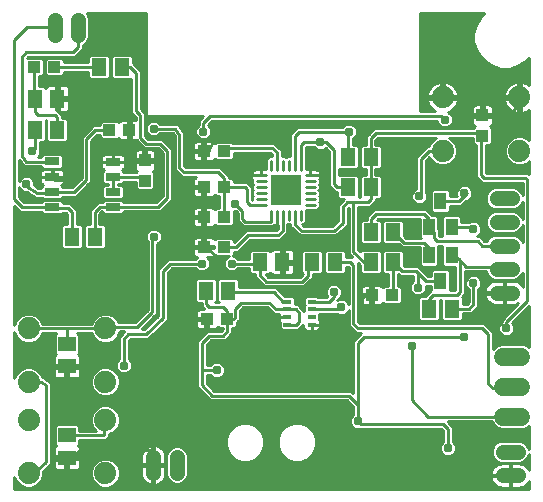
<source format=gbl>
G75*
%MOIN*%
%OFA0B0*%
%FSLAX25Y25*%
%IPPOS*%
%LPD*%
%AMOC8*
5,1,8,0,0,1.08239X$1,22.5*
%
%ADD10C,0.05150*%
%ADD11R,0.03937X0.04331*%
%ADD12R,0.04331X0.03937*%
%ADD13R,0.03937X0.05512*%
%ADD14R,0.05118X0.05906*%
%ADD15R,0.05906X0.05118*%
%ADD16C,0.07400*%
%ADD17C,0.06000*%
%ADD18C,0.01000*%
%ADD19R,0.10300X0.10300*%
%ADD20R,0.05118X0.02559*%
%ADD21R,0.02756X0.01378*%
%ADD22C,0.03100*%
D10*
X0052268Y0013098D02*
X0052268Y0018248D01*
X0060142Y0018248D02*
X0060142Y0013098D01*
X0166738Y0073112D02*
X0171888Y0073112D01*
X0171888Y0080986D02*
X0166738Y0080986D01*
X0166738Y0088860D02*
X0171888Y0088860D01*
X0171888Y0096734D02*
X0166738Y0096734D01*
X0166738Y0104608D02*
X0171888Y0104608D01*
X0173888Y0020093D02*
X0168738Y0020093D01*
X0168738Y0012219D02*
X0173888Y0012219D01*
X0027232Y0158972D02*
X0027232Y0164122D01*
X0019358Y0164122D02*
X0019358Y0158972D01*
D11*
X0049500Y0117207D03*
X0049500Y0110514D03*
X0162000Y0125514D03*
X0162000Y0132207D03*
D12*
X0131846Y0072360D03*
X0125154Y0072360D03*
X0076846Y0064360D03*
X0070154Y0064360D03*
X0069154Y0088360D03*
X0075846Y0088360D03*
X0075846Y0098360D03*
X0069154Y0098360D03*
X0069154Y0108360D03*
X0075846Y0108360D03*
X0075846Y0120360D03*
X0069154Y0120360D03*
X0044346Y0127360D03*
X0037654Y0127360D03*
X0019346Y0148360D03*
X0012654Y0148360D03*
D13*
X0144260Y0095030D03*
X0151740Y0095030D03*
X0148000Y0103691D03*
X0144260Y0085691D03*
X0151740Y0085691D03*
X0148000Y0077030D03*
D14*
X0144260Y0067860D03*
X0151740Y0067860D03*
X0132240Y0083360D03*
X0124760Y0083360D03*
X0124760Y0093360D03*
X0132240Y0093360D03*
X0124740Y0108360D03*
X0117260Y0108360D03*
X0117260Y0118360D03*
X0124740Y0118360D03*
X0112740Y0083360D03*
X0105260Y0083360D03*
X0095240Y0083360D03*
X0087760Y0083360D03*
X0077240Y0073860D03*
X0069760Y0073860D03*
X0032740Y0091860D03*
X0025260Y0091860D03*
X0020240Y0127360D03*
X0012760Y0127360D03*
X0012760Y0137860D03*
X0020240Y0137860D03*
X0034260Y0148360D03*
X0041740Y0148360D03*
D15*
X0023500Y0056100D03*
X0023500Y0048620D03*
X0023500Y0025600D03*
X0023500Y0018120D03*
D16*
X0010700Y0012960D03*
X0010700Y0030760D03*
X0010700Y0043460D03*
X0010700Y0061260D03*
X0036300Y0061260D03*
X0036300Y0043460D03*
X0036300Y0030760D03*
X0036300Y0012960D03*
X0148700Y0120460D03*
X0148700Y0138260D03*
X0174300Y0138260D03*
X0174300Y0120460D03*
D17*
X0175000Y0051860D02*
X0169000Y0051860D01*
X0169000Y0041860D02*
X0175000Y0041860D01*
X0175000Y0031860D02*
X0169000Y0031860D01*
D18*
X0006000Y0011764D02*
X0006000Y0007860D01*
X0177500Y0007860D01*
X0177500Y0010332D01*
X0177373Y0010083D01*
X0176996Y0009564D01*
X0176542Y0009110D01*
X0176023Y0008733D01*
X0175452Y0008442D01*
X0174842Y0008244D01*
X0174208Y0008144D01*
X0171600Y0008144D01*
X0171600Y0011931D01*
X0171026Y0011931D01*
X0171026Y0008144D01*
X0168417Y0008144D01*
X0167784Y0008244D01*
X0167174Y0008442D01*
X0166603Y0008733D01*
X0166084Y0009110D01*
X0165630Y0009564D01*
X0165253Y0010083D01*
X0164962Y0010654D01*
X0164764Y0011264D01*
X0164663Y0011898D01*
X0164663Y0011931D01*
X0171026Y0011931D01*
X0171026Y0012506D01*
X0171026Y0016293D01*
X0168417Y0016293D01*
X0167784Y0016193D01*
X0167174Y0015995D01*
X0166603Y0015704D01*
X0166084Y0015327D01*
X0165630Y0014873D01*
X0165253Y0014354D01*
X0164962Y0013783D01*
X0164764Y0013173D01*
X0164663Y0012539D01*
X0164663Y0012506D01*
X0171026Y0012506D01*
X0171600Y0012506D01*
X0171600Y0016293D01*
X0174208Y0016293D01*
X0174842Y0016193D01*
X0175452Y0015995D01*
X0176023Y0015704D01*
X0176542Y0015327D01*
X0176996Y0014873D01*
X0177373Y0014354D01*
X0177500Y0014105D01*
X0177500Y0019210D01*
X0177003Y0018011D01*
X0175969Y0016977D01*
X0174619Y0016418D01*
X0168007Y0016418D01*
X0166657Y0016977D01*
X0165623Y0018011D01*
X0165063Y0019362D01*
X0165063Y0020823D01*
X0165623Y0022174D01*
X0166657Y0023208D01*
X0168007Y0023767D01*
X0174619Y0023767D01*
X0175969Y0023208D01*
X0177003Y0022174D01*
X0177500Y0020975D01*
X0177500Y0028562D01*
X0177322Y0028384D01*
X0175816Y0027760D01*
X0168184Y0027760D01*
X0166678Y0028384D01*
X0165524Y0029538D01*
X0165225Y0030260D01*
X0150363Y0030260D01*
X0150600Y0030023D01*
X0152100Y0028523D01*
X0152100Y0023508D01*
X0152747Y0022861D01*
X0153150Y0021887D01*
X0153150Y0020833D01*
X0152747Y0019859D01*
X0152001Y0019114D01*
X0151027Y0018710D01*
X0149973Y0018710D01*
X0148999Y0019114D01*
X0148253Y0019859D01*
X0147850Y0020833D01*
X0147850Y0021887D01*
X0148253Y0022861D01*
X0148900Y0023508D01*
X0148900Y0027197D01*
X0148337Y0027760D01*
X0121148Y0027760D01*
X0121027Y0027710D01*
X0119973Y0027710D01*
X0118999Y0028114D01*
X0118253Y0028859D01*
X0117850Y0029833D01*
X0117850Y0030887D01*
X0118253Y0031861D01*
X0118900Y0032508D01*
X0118900Y0035197D01*
X0116837Y0037260D01*
X0071337Y0037260D01*
X0070400Y0038197D01*
X0070400Y0038198D01*
X0067837Y0040760D01*
X0067837Y0040760D01*
X0066900Y0041697D01*
X0066900Y0057023D01*
X0067837Y0057960D01*
X0070337Y0060460D01*
X0074837Y0060460D01*
X0075400Y0061023D01*
X0075400Y0061292D01*
X0074225Y0061292D01*
X0073712Y0061805D01*
X0073519Y0061471D01*
X0073240Y0061191D01*
X0072898Y0060994D01*
X0072516Y0060892D01*
X0070638Y0060892D01*
X0070638Y0063876D01*
X0069669Y0063876D01*
X0066488Y0063876D01*
X0066488Y0062194D01*
X0066590Y0061813D01*
X0066788Y0061471D01*
X0067067Y0061191D01*
X0067409Y0060994D01*
X0067791Y0060892D01*
X0069669Y0060892D01*
X0069669Y0063876D01*
X0069669Y0064844D01*
X0066488Y0064844D01*
X0066488Y0066526D01*
X0066590Y0066908D01*
X0066788Y0067250D01*
X0067067Y0067529D01*
X0067409Y0067727D01*
X0067791Y0067829D01*
X0069269Y0067829D01*
X0068400Y0068697D01*
X0068400Y0069807D01*
X0066745Y0069807D01*
X0066101Y0070452D01*
X0066101Y0077269D01*
X0066745Y0077913D01*
X0072775Y0077913D01*
X0073419Y0077269D01*
X0073419Y0070452D01*
X0072927Y0069960D01*
X0074073Y0069960D01*
X0073581Y0070452D01*
X0073581Y0077269D01*
X0074225Y0077913D01*
X0080255Y0077913D01*
X0080899Y0077269D01*
X0080899Y0074960D01*
X0093163Y0074960D01*
X0094100Y0074023D01*
X0096135Y0071988D01*
X0098798Y0071988D01*
X0099443Y0071343D01*
X0099443Y0069240D01*
X0100383Y0069240D01*
X0101320Y0068302D01*
X0101320Y0068302D01*
X0101663Y0067960D01*
X0101663Y0067960D01*
X0102557Y0067065D01*
X0102557Y0068784D01*
X0102692Y0068919D01*
X0102557Y0069054D01*
X0102557Y0071343D01*
X0103202Y0071988D01*
X0106869Y0071988D01*
X0107058Y0071799D01*
X0110176Y0071799D01*
X0110248Y0071871D01*
X0109850Y0072833D01*
X0109850Y0073887D01*
X0110253Y0074861D01*
X0110999Y0075607D01*
X0111973Y0076010D01*
X0113027Y0076010D01*
X0114001Y0075607D01*
X0114747Y0074861D01*
X0115150Y0073887D01*
X0115150Y0072833D01*
X0114747Y0071859D01*
X0114100Y0071213D01*
X0114100Y0071197D01*
X0113517Y0070614D01*
X0114473Y0071010D01*
X0115527Y0071010D01*
X0116501Y0070607D01*
X0117247Y0069861D01*
X0117400Y0069491D01*
X0117400Y0081697D01*
X0117337Y0081760D01*
X0116399Y0081760D01*
X0116399Y0079952D01*
X0115755Y0079307D01*
X0109725Y0079307D01*
X0109081Y0079952D01*
X0109081Y0086769D01*
X0109725Y0087413D01*
X0115755Y0087413D01*
X0116399Y0086769D01*
X0116399Y0084960D01*
X0118637Y0084960D01*
X0118337Y0085260D01*
X0117400Y0086197D01*
X0117400Y0101498D01*
X0117100Y0101197D01*
X0117100Y0096940D01*
X0117153Y0096875D01*
X0117100Y0096288D01*
X0117100Y0095697D01*
X0117041Y0095638D01*
X0117033Y0095555D01*
X0116580Y0095178D01*
X0116163Y0094760D01*
X0116079Y0094760D01*
X0113580Y0092678D01*
X0113163Y0092260D01*
X0113079Y0092260D01*
X0113015Y0092207D01*
X0112427Y0092260D01*
X0102089Y0092260D01*
X0101518Y0092197D01*
X0101439Y0092260D01*
X0101337Y0092260D01*
X0100931Y0092666D01*
X0098939Y0094260D01*
X0098838Y0094260D01*
X0098432Y0094666D01*
X0097983Y0095024D01*
X0097972Y0095125D01*
X0097900Y0095197D01*
X0097900Y0095771D01*
X0097885Y0095907D01*
X0097007Y0095907D01*
X0097007Y0093105D01*
X0095600Y0091697D01*
X0094663Y0090760D01*
X0084663Y0090760D01*
X0081600Y0087697D01*
X0080663Y0086760D01*
X0079112Y0086760D01*
X0079112Y0085936D01*
X0078686Y0085510D01*
X0079027Y0085510D01*
X0080001Y0085107D01*
X0080648Y0084460D01*
X0084101Y0084460D01*
X0084101Y0086769D01*
X0084745Y0087413D01*
X0090775Y0087413D01*
X0091288Y0086900D01*
X0091481Y0087234D01*
X0091760Y0087513D01*
X0092102Y0087711D01*
X0092484Y0087813D01*
X0094740Y0087813D01*
X0094740Y0083860D01*
X0095740Y0083860D01*
X0099299Y0083860D01*
X0099299Y0086510D01*
X0099197Y0086892D01*
X0098999Y0087234D01*
X0098720Y0087513D01*
X0098378Y0087711D01*
X0097997Y0087813D01*
X0095740Y0087813D01*
X0095740Y0083860D01*
X0095740Y0082860D01*
X0095740Y0078907D01*
X0097997Y0078907D01*
X0098378Y0079010D01*
X0098720Y0079207D01*
X0098999Y0079486D01*
X0099197Y0079828D01*
X0099299Y0080210D01*
X0099299Y0082860D01*
X0095740Y0082860D01*
X0094740Y0082860D01*
X0094740Y0078907D01*
X0092484Y0078907D01*
X0092102Y0079010D01*
X0091760Y0079207D01*
X0091481Y0079486D01*
X0091288Y0079821D01*
X0090775Y0079307D01*
X0089815Y0079307D01*
X0090663Y0078460D01*
X0101337Y0078460D01*
X0102215Y0079338D01*
X0101601Y0079952D01*
X0101601Y0086769D01*
X0102245Y0087413D01*
X0108275Y0087413D01*
X0108919Y0086769D01*
X0108919Y0079952D01*
X0108275Y0079307D01*
X0105600Y0079307D01*
X0105600Y0078197D01*
X0104663Y0077260D01*
X0102663Y0075260D01*
X0089337Y0075260D01*
X0088400Y0076197D01*
X0086160Y0078438D01*
X0086160Y0079307D01*
X0084745Y0079307D01*
X0084101Y0079952D01*
X0084101Y0081260D01*
X0080648Y0081260D01*
X0080001Y0080614D01*
X0079027Y0080210D01*
X0077973Y0080210D01*
X0076999Y0080614D01*
X0076253Y0081359D01*
X0075850Y0082333D01*
X0075850Y0083387D01*
X0076253Y0084361D01*
X0076999Y0085107D01*
X0077445Y0085292D01*
X0073225Y0085292D01*
X0072712Y0085805D01*
X0072519Y0085471D01*
X0072240Y0085191D01*
X0071898Y0084994D01*
X0071516Y0084892D01*
X0070216Y0084892D01*
X0070747Y0084361D01*
X0071150Y0083387D01*
X0071150Y0082333D01*
X0070747Y0081359D01*
X0070001Y0080614D01*
X0069027Y0080210D01*
X0067973Y0080210D01*
X0066999Y0080614D01*
X0066352Y0081260D01*
X0058663Y0081260D01*
X0057100Y0079697D01*
X0057100Y0064197D01*
X0051600Y0058697D01*
X0050663Y0057760D01*
X0044663Y0057760D01*
X0044100Y0057197D01*
X0044100Y0051008D01*
X0044747Y0050361D01*
X0045150Y0049387D01*
X0045150Y0048333D01*
X0044747Y0047359D01*
X0044001Y0046614D01*
X0043027Y0046210D01*
X0041973Y0046210D01*
X0040999Y0046614D01*
X0040253Y0047359D01*
X0039850Y0048333D01*
X0039850Y0049387D01*
X0040253Y0050361D01*
X0040900Y0051008D01*
X0040900Y0058523D01*
X0041837Y0059460D01*
X0042637Y0060260D01*
X0041081Y0060260D01*
X0040369Y0058541D01*
X0039019Y0057191D01*
X0037255Y0056460D01*
X0035345Y0056460D01*
X0033581Y0057191D01*
X0032231Y0058541D01*
X0031767Y0059660D01*
X0027008Y0059660D01*
X0027553Y0059115D01*
X0027553Y0053086D01*
X0027039Y0052572D01*
X0027374Y0052379D01*
X0027653Y0052100D01*
X0027851Y0051758D01*
X0027953Y0051377D01*
X0027953Y0049120D01*
X0024000Y0049120D01*
X0024000Y0048120D01*
X0024000Y0044561D01*
X0026650Y0044561D01*
X0027032Y0044663D01*
X0027374Y0044861D01*
X0027653Y0045140D01*
X0027851Y0045482D01*
X0027953Y0045864D01*
X0027953Y0048120D01*
X0024000Y0048120D01*
X0023000Y0048120D01*
X0023000Y0044561D01*
X0020350Y0044561D01*
X0019968Y0044663D01*
X0019626Y0044861D01*
X0019347Y0045140D01*
X0019149Y0045482D01*
X0019047Y0045864D01*
X0019047Y0048120D01*
X0023000Y0048120D01*
X0023000Y0049120D01*
X0019047Y0049120D01*
X0019047Y0051377D01*
X0019149Y0051758D01*
X0019347Y0052100D01*
X0019626Y0052379D01*
X0019961Y0052572D01*
X0019447Y0053086D01*
X0019447Y0059115D01*
X0019992Y0059660D01*
X0015233Y0059660D01*
X0014769Y0058541D01*
X0013419Y0057191D01*
X0011655Y0056460D01*
X0009745Y0056460D01*
X0007981Y0057191D01*
X0006631Y0058541D01*
X0006000Y0060064D01*
X0006000Y0044656D01*
X0006631Y0046179D01*
X0007981Y0047529D01*
X0009745Y0048260D01*
X0011655Y0048260D01*
X0013419Y0047529D01*
X0014769Y0046179D01*
X0015241Y0045040D01*
X0015336Y0045059D01*
X0015484Y0044960D01*
X0015663Y0044960D01*
X0016019Y0044604D01*
X0016984Y0043960D01*
X0017163Y0043960D01*
X0017519Y0043604D01*
X0017939Y0043324D01*
X0017974Y0043149D01*
X0018100Y0043023D01*
X0018100Y0042519D01*
X0018199Y0042024D01*
X0018100Y0041876D01*
X0018100Y0016197D01*
X0015500Y0013597D01*
X0015500Y0012005D01*
X0014769Y0010241D01*
X0013419Y0008891D01*
X0011655Y0008160D01*
X0009745Y0008160D01*
X0007981Y0008891D01*
X0006631Y0010241D01*
X0006000Y0011764D01*
X0006000Y0011348D02*
X0006172Y0011348D01*
X0006000Y0010350D02*
X0006586Y0010350D01*
X0006000Y0009351D02*
X0007521Y0009351D01*
X0006000Y0008353D02*
X0009280Y0008353D01*
X0012120Y0008353D02*
X0034880Y0008353D01*
X0035345Y0008160D02*
X0037255Y0008160D01*
X0039019Y0008891D01*
X0040369Y0010241D01*
X0041100Y0012005D01*
X0041100Y0013915D01*
X0040369Y0015679D01*
X0039019Y0017029D01*
X0037255Y0017760D01*
X0035345Y0017760D01*
X0033581Y0017029D01*
X0032231Y0015679D01*
X0031500Y0013915D01*
X0031500Y0012005D01*
X0032231Y0010241D01*
X0033581Y0008891D01*
X0035345Y0008160D01*
X0037720Y0008353D02*
X0167449Y0008353D01*
X0165843Y0009351D02*
X0053889Y0009351D01*
X0053832Y0009322D02*
X0054403Y0009613D01*
X0054922Y0009990D01*
X0055376Y0010444D01*
X0055753Y0010963D01*
X0056044Y0011534D01*
X0056242Y0012144D01*
X0056343Y0012778D01*
X0056343Y0015386D01*
X0052555Y0015386D01*
X0052555Y0015961D01*
X0051980Y0015961D01*
X0051980Y0022323D01*
X0051947Y0022323D01*
X0051314Y0022222D01*
X0050704Y0022024D01*
X0050132Y0021733D01*
X0049613Y0021356D01*
X0049160Y0020903D01*
X0048783Y0020384D01*
X0048491Y0019812D01*
X0048293Y0019202D01*
X0048193Y0018569D01*
X0048193Y0015961D01*
X0051980Y0015961D01*
X0051980Y0015386D01*
X0048193Y0015386D01*
X0048193Y0012778D01*
X0048293Y0012144D01*
X0048491Y0011534D01*
X0048783Y0010963D01*
X0049160Y0010444D01*
X0049613Y0009990D01*
X0050132Y0009613D01*
X0050704Y0009322D01*
X0051314Y0009124D01*
X0051947Y0009024D01*
X0051980Y0009024D01*
X0051980Y0015386D01*
X0052555Y0015386D01*
X0052555Y0009024D01*
X0052588Y0009024D01*
X0053222Y0009124D01*
X0053832Y0009322D01*
X0052555Y0009351D02*
X0051980Y0009351D01*
X0051980Y0010350D02*
X0052555Y0010350D01*
X0052555Y0011348D02*
X0051980Y0011348D01*
X0051980Y0012347D02*
X0052555Y0012347D01*
X0052555Y0013345D02*
X0051980Y0013345D01*
X0051980Y0014344D02*
X0052555Y0014344D01*
X0052555Y0015342D02*
X0051980Y0015342D01*
X0052268Y0015673D02*
X0052500Y0015906D01*
X0052500Y0021010D01*
X0052350Y0020860D01*
X0028000Y0020860D01*
X0025260Y0018120D01*
X0023500Y0018120D01*
X0022740Y0017360D01*
X0019500Y0017360D01*
X0018500Y0018860D01*
X0018500Y0046860D01*
X0020260Y0048620D01*
X0023500Y0048620D01*
X0023760Y0048360D01*
X0029500Y0048360D01*
X0031500Y0049360D01*
X0031500Y0052360D01*
X0027953Y0051289D02*
X0040900Y0051289D01*
X0040900Y0052287D02*
X0027466Y0052287D01*
X0027553Y0053286D02*
X0040900Y0053286D01*
X0040900Y0054284D02*
X0027553Y0054284D01*
X0027553Y0055283D02*
X0040900Y0055283D01*
X0040900Y0056281D02*
X0027553Y0056281D01*
X0027553Y0057280D02*
X0033492Y0057280D01*
X0032494Y0058278D02*
X0027553Y0058278D01*
X0027391Y0059277D02*
X0031926Y0059277D01*
X0031767Y0062860D02*
X0015233Y0062860D01*
X0014769Y0063979D01*
X0013419Y0065329D01*
X0011655Y0066060D01*
X0009745Y0066060D01*
X0007981Y0065329D01*
X0006631Y0063979D01*
X0006000Y0062456D01*
X0006000Y0102098D01*
X0007995Y0100103D01*
X0014928Y0100103D01*
X0014928Y0099968D01*
X0015572Y0099323D01*
X0021601Y0099323D01*
X0022038Y0099760D01*
X0023337Y0099760D01*
X0023660Y0099438D01*
X0023660Y0095913D01*
X0022245Y0095913D01*
X0021601Y0095269D01*
X0021601Y0088452D01*
X0022245Y0087807D01*
X0028275Y0087807D01*
X0028919Y0088452D01*
X0028919Y0095269D01*
X0028275Y0095913D01*
X0026860Y0095913D01*
X0026860Y0100763D01*
X0025600Y0102023D01*
X0024663Y0102960D01*
X0022246Y0102960D01*
X0022246Y0103438D01*
X0021601Y0104082D01*
X0015572Y0104082D01*
X0014928Y0103438D01*
X0014928Y0103303D01*
X0009320Y0103303D01*
X0007600Y0105023D01*
X0007600Y0108230D01*
X0007753Y0107859D01*
X0008499Y0107114D01*
X0009473Y0106710D01*
X0010257Y0106710D01*
X0012462Y0105135D01*
X0012837Y0104760D01*
X0012987Y0104760D01*
X0013109Y0104673D01*
X0013632Y0104760D01*
X0015135Y0104760D01*
X0015572Y0104323D01*
X0021601Y0104323D01*
X0022246Y0104968D01*
X0022246Y0105103D01*
X0026505Y0105103D01*
X0030663Y0109260D01*
X0031600Y0110197D01*
X0031600Y0123697D01*
X0033663Y0125760D01*
X0034388Y0125760D01*
X0034388Y0124936D01*
X0035033Y0124292D01*
X0040275Y0124292D01*
X0040788Y0124805D01*
X0040981Y0124471D01*
X0041260Y0124191D01*
X0041602Y0123994D01*
X0041984Y0123892D01*
X0043862Y0123892D01*
X0043862Y0126876D01*
X0044831Y0126876D01*
X0044831Y0123892D01*
X0046706Y0123892D01*
X0048400Y0122197D01*
X0049337Y0121260D01*
X0053837Y0121260D01*
X0055400Y0119697D01*
X0055400Y0105523D01*
X0053337Y0103460D01*
X0042499Y0103460D01*
X0041877Y0104082D01*
X0035848Y0104082D01*
X0035225Y0103460D01*
X0033837Y0103460D01*
X0032900Y0102523D01*
X0031140Y0100763D01*
X0031140Y0095913D01*
X0029725Y0095913D01*
X0029081Y0095269D01*
X0029081Y0088452D01*
X0029725Y0087807D01*
X0035755Y0087807D01*
X0036399Y0088452D01*
X0036399Y0095269D01*
X0035755Y0095913D01*
X0034340Y0095913D01*
X0034340Y0099438D01*
X0035163Y0100260D01*
X0035203Y0100260D01*
X0035203Y0099968D01*
X0035848Y0099323D01*
X0041877Y0099323D01*
X0042521Y0099968D01*
X0042521Y0100260D01*
X0054663Y0100260D01*
X0055600Y0101197D01*
X0058600Y0104197D01*
X0058600Y0121023D01*
X0057663Y0121960D01*
X0055163Y0124460D01*
X0050663Y0124460D01*
X0049600Y0125523D01*
X0049600Y0133023D01*
X0048100Y0134523D01*
X0048100Y0147023D01*
X0047163Y0147960D01*
X0045399Y0149724D01*
X0045399Y0151769D01*
X0044755Y0152413D01*
X0038725Y0152413D01*
X0038081Y0151769D01*
X0038081Y0144952D01*
X0038725Y0144307D01*
X0044755Y0144307D01*
X0044900Y0144453D01*
X0044900Y0133197D01*
X0046400Y0131697D01*
X0046400Y0130829D01*
X0044831Y0130829D01*
X0044831Y0127845D01*
X0043862Y0127845D01*
X0043862Y0130829D01*
X0041984Y0130829D01*
X0041602Y0130727D01*
X0041260Y0130529D01*
X0040981Y0130250D01*
X0040788Y0129915D01*
X0040275Y0130429D01*
X0035033Y0130429D01*
X0034388Y0129784D01*
X0034388Y0128960D01*
X0032337Y0128960D01*
X0031400Y0128023D01*
X0028400Y0125023D01*
X0028400Y0111523D01*
X0025180Y0108303D01*
X0022246Y0108303D01*
X0022246Y0108438D01*
X0021672Y0109011D01*
X0021725Y0109025D01*
X0022067Y0109223D01*
X0022346Y0109502D01*
X0022543Y0109844D01*
X0022646Y0110226D01*
X0022646Y0111563D01*
X0018726Y0111563D01*
X0018726Y0111843D01*
X0018447Y0111843D01*
X0018447Y0114482D01*
X0015830Y0114482D01*
X0015449Y0114380D01*
X0015107Y0114183D01*
X0014827Y0113903D01*
X0014630Y0113561D01*
X0014528Y0113180D01*
X0014528Y0111843D01*
X0018447Y0111843D01*
X0018447Y0111563D01*
X0014528Y0111563D01*
X0014528Y0110226D01*
X0014630Y0109844D01*
X0014827Y0109502D01*
X0015107Y0109223D01*
X0015449Y0109025D01*
X0015501Y0109011D01*
X0014928Y0108438D01*
X0014928Y0107960D01*
X0014013Y0107960D01*
X0012650Y0108934D01*
X0012650Y0109887D01*
X0012247Y0110861D01*
X0011501Y0111607D01*
X0010527Y0112010D01*
X0009473Y0112010D01*
X0008499Y0111607D01*
X0007753Y0110861D01*
X0007600Y0110491D01*
X0007600Y0117394D01*
X0008400Y0116327D01*
X0008400Y0116197D01*
X0008788Y0115809D01*
X0009118Y0115370D01*
X0009246Y0115352D01*
X0009337Y0115260D01*
X0009886Y0115260D01*
X0010430Y0115183D01*
X0010533Y0115260D01*
X0014928Y0115260D01*
X0014928Y0115145D01*
X0015572Y0114500D01*
X0021601Y0114500D01*
X0022246Y0115145D01*
X0022246Y0118615D01*
X0021601Y0119259D01*
X0015572Y0119259D01*
X0014928Y0118615D01*
X0014928Y0118460D01*
X0013848Y0118460D01*
X0014247Y0118859D01*
X0014650Y0119833D01*
X0014650Y0120887D01*
X0014360Y0121588D01*
X0014360Y0123307D01*
X0015775Y0123307D01*
X0016419Y0123952D01*
X0016419Y0130760D01*
X0016581Y0130760D01*
X0016581Y0123952D01*
X0017225Y0123307D01*
X0023255Y0123307D01*
X0023899Y0123952D01*
X0023899Y0130769D01*
X0023255Y0131413D01*
X0021840Y0131413D01*
X0021840Y0132283D01*
X0021100Y0133023D01*
X0020163Y0133960D01*
X0019740Y0133960D01*
X0019740Y0137360D01*
X0020740Y0137360D01*
X0020740Y0133407D01*
X0022997Y0133407D01*
X0023378Y0133510D01*
X0023720Y0133707D01*
X0023999Y0133986D01*
X0024197Y0134328D01*
X0024299Y0134710D01*
X0024299Y0137360D01*
X0020740Y0137360D01*
X0020740Y0138360D01*
X0024299Y0138360D01*
X0024299Y0141010D01*
X0024197Y0141392D01*
X0023999Y0141734D01*
X0023720Y0142013D01*
X0023378Y0142211D01*
X0022997Y0142313D01*
X0020740Y0142313D01*
X0020740Y0138360D01*
X0019740Y0138360D01*
X0019740Y0142313D01*
X0017484Y0142313D01*
X0017102Y0142211D01*
X0016760Y0142013D01*
X0016481Y0141734D01*
X0016288Y0141400D01*
X0015775Y0141913D01*
X0014254Y0141913D01*
X0014254Y0145292D01*
X0015275Y0145292D01*
X0015919Y0145936D01*
X0015919Y0150784D01*
X0015275Y0151429D01*
X0010331Y0151429D01*
X0010663Y0151760D01*
X0026163Y0151760D01*
X0027100Y0152697D01*
X0028832Y0154430D01*
X0028832Y0155658D01*
X0029314Y0155857D01*
X0030348Y0156891D01*
X0030907Y0158241D01*
X0030907Y0164853D01*
X0030348Y0166204D01*
X0030191Y0166360D01*
X0049750Y0166360D01*
X0049750Y0132550D01*
X0050189Y0132110D01*
X0068987Y0132110D01*
X0068337Y0131460D01*
X0067400Y0130523D01*
X0067400Y0129008D01*
X0066753Y0128361D01*
X0066350Y0127387D01*
X0066350Y0126333D01*
X0066753Y0125359D01*
X0067499Y0124614D01*
X0068473Y0124210D01*
X0069527Y0124210D01*
X0070501Y0124614D01*
X0071247Y0125359D01*
X0071650Y0126333D01*
X0071650Y0127387D01*
X0071247Y0128361D01*
X0070600Y0129008D01*
X0070600Y0129197D01*
X0071913Y0130510D01*
X0146850Y0130510D01*
X0146850Y0130333D01*
X0147253Y0129359D01*
X0147999Y0128614D01*
X0148973Y0128210D01*
X0150027Y0128210D01*
X0151001Y0128614D01*
X0151747Y0129359D01*
X0152150Y0130333D01*
X0152150Y0131387D01*
X0151747Y0132361D01*
X0151001Y0133107D01*
X0150415Y0133350D01*
X0150696Y0133441D01*
X0151425Y0133813D01*
X0152088Y0134294D01*
X0152666Y0134873D01*
X0153147Y0135535D01*
X0153519Y0136264D01*
X0153772Y0137043D01*
X0153886Y0137760D01*
X0149200Y0137760D01*
X0149200Y0138760D01*
X0153886Y0138760D01*
X0153772Y0139478D01*
X0153519Y0140256D01*
X0153147Y0140986D01*
X0152666Y0141648D01*
X0152088Y0142227D01*
X0151425Y0142708D01*
X0150696Y0143079D01*
X0149918Y0143332D01*
X0149200Y0143446D01*
X0149200Y0138760D01*
X0148200Y0138760D01*
X0148200Y0137760D01*
X0143514Y0137760D01*
X0143628Y0137043D01*
X0143881Y0136264D01*
X0144253Y0135535D01*
X0144734Y0134873D01*
X0145312Y0134294D01*
X0145975Y0133813D01*
X0146176Y0133710D01*
X0141250Y0133710D01*
X0141250Y0166360D01*
X0162651Y0166360D01*
X0161098Y0164807D01*
X0159716Y0162413D01*
X0159000Y0159743D01*
X0159000Y0156978D01*
X0159716Y0154307D01*
X0161098Y0151913D01*
X0163053Y0149958D01*
X0165447Y0148576D01*
X0168118Y0147860D01*
X0170882Y0147860D01*
X0173553Y0148576D01*
X0175947Y0149958D01*
X0177500Y0151511D01*
X0177500Y0142363D01*
X0177025Y0142708D01*
X0176296Y0143079D01*
X0175518Y0143332D01*
X0174800Y0143446D01*
X0174800Y0138760D01*
X0173800Y0138760D01*
X0173800Y0137760D01*
X0174800Y0137760D01*
X0174800Y0133075D01*
X0175518Y0133188D01*
X0176296Y0133441D01*
X0177025Y0133813D01*
X0177500Y0134158D01*
X0177500Y0124048D01*
X0177019Y0124529D01*
X0175255Y0125260D01*
X0173345Y0125260D01*
X0171581Y0124529D01*
X0170231Y0123179D01*
X0169500Y0121415D01*
X0169500Y0119505D01*
X0170231Y0117741D01*
X0171581Y0116391D01*
X0173345Y0115660D01*
X0175255Y0115660D01*
X0177019Y0116391D01*
X0177500Y0116872D01*
X0177500Y0112623D01*
X0177163Y0112960D01*
X0163163Y0112960D01*
X0163100Y0113023D01*
X0163100Y0122248D01*
X0164424Y0122248D01*
X0165068Y0122893D01*
X0165068Y0128135D01*
X0164555Y0128648D01*
X0164890Y0128841D01*
X0165169Y0129120D01*
X0165366Y0129462D01*
X0165468Y0129844D01*
X0165468Y0131722D01*
X0162484Y0131722D01*
X0162484Y0132691D01*
X0161516Y0132691D01*
X0161516Y0135872D01*
X0159834Y0135872D01*
X0159453Y0135770D01*
X0159110Y0135572D01*
X0158831Y0135293D01*
X0158634Y0134951D01*
X0158531Y0134570D01*
X0158531Y0132691D01*
X0161516Y0132691D01*
X0161516Y0131722D01*
X0158531Y0131722D01*
X0158531Y0129844D01*
X0158634Y0129462D01*
X0158831Y0129120D01*
X0159110Y0128841D01*
X0159445Y0128648D01*
X0158931Y0128135D01*
X0158931Y0127960D01*
X0125837Y0127960D01*
X0124077Y0126200D01*
X0123140Y0125263D01*
X0123140Y0122413D01*
X0121725Y0122413D01*
X0121081Y0121769D01*
X0121081Y0114952D01*
X0121725Y0114307D01*
X0123140Y0114307D01*
X0123140Y0112413D01*
X0121725Y0112413D01*
X0121081Y0111769D01*
X0121081Y0104960D01*
X0120919Y0104960D01*
X0120919Y0111769D01*
X0120275Y0112413D01*
X0114245Y0112413D01*
X0114100Y0112268D01*
X0114100Y0114453D01*
X0114245Y0114307D01*
X0120275Y0114307D01*
X0120919Y0114952D01*
X0120919Y0121769D01*
X0120275Y0122413D01*
X0118860Y0122413D01*
X0118860Y0124555D01*
X0119001Y0124614D01*
X0119747Y0125359D01*
X0120150Y0126333D01*
X0120150Y0127387D01*
X0119747Y0128361D01*
X0119001Y0129107D01*
X0118027Y0129510D01*
X0116973Y0129510D01*
X0115999Y0129107D01*
X0115352Y0128460D01*
X0100337Y0128460D01*
X0098837Y0126960D01*
X0097900Y0126023D01*
X0097900Y0118655D01*
X0096851Y0118655D01*
X0096461Y0118265D01*
X0096070Y0118655D01*
X0095031Y0118655D01*
X0095031Y0120592D01*
X0094093Y0121530D01*
X0093600Y0122023D01*
X0092663Y0122960D01*
X0078936Y0122960D01*
X0078467Y0123429D01*
X0073225Y0123429D01*
X0072712Y0122915D01*
X0072519Y0123250D01*
X0072240Y0123529D01*
X0071898Y0123727D01*
X0071516Y0123829D01*
X0069638Y0123829D01*
X0069638Y0120845D01*
X0068669Y0120845D01*
X0068669Y0123829D01*
X0066791Y0123829D01*
X0066409Y0123727D01*
X0066067Y0123529D01*
X0065788Y0123250D01*
X0065590Y0122908D01*
X0065488Y0122526D01*
X0065488Y0120844D01*
X0068669Y0120844D01*
X0068669Y0119876D01*
X0065488Y0119876D01*
X0065488Y0118194D01*
X0065590Y0117813D01*
X0065788Y0117471D01*
X0066067Y0117191D01*
X0066409Y0116994D01*
X0066791Y0116892D01*
X0068669Y0116892D01*
X0068669Y0119876D01*
X0069638Y0119876D01*
X0069638Y0116892D01*
X0071516Y0116892D01*
X0071898Y0116994D01*
X0072240Y0117191D01*
X0072519Y0117471D01*
X0072712Y0117805D01*
X0073225Y0117292D01*
X0078467Y0117292D01*
X0079112Y0117936D01*
X0079112Y0119760D01*
X0091337Y0119760D01*
X0091831Y0119267D01*
X0091831Y0118655D01*
X0090772Y0118655D01*
X0089834Y0117718D01*
X0089834Y0114308D01*
X0088287Y0114308D01*
X0088287Y0112308D01*
X0088287Y0112308D01*
X0086787Y0112308D02*
X0089787Y0112308D01*
X0088287Y0112308D02*
X0085552Y0112308D01*
X0081500Y0116360D01*
X0070246Y0116360D01*
X0069000Y0117614D01*
X0069000Y0118707D01*
X0069154Y0120360D01*
X0070154Y0119514D01*
X0072500Y0124360D01*
X0088000Y0124360D01*
X0089500Y0126860D01*
X0092000Y0121360D02*
X0076938Y0121360D01*
X0075908Y0120330D01*
X0075846Y0120360D01*
X0079112Y0119188D02*
X0091831Y0119188D01*
X0093431Y0119930D02*
X0092000Y0121360D01*
X0093440Y0122183D02*
X0097900Y0122183D01*
X0097900Y0121185D02*
X0094438Y0121185D01*
X0095031Y0120186D02*
X0097900Y0120186D01*
X0097900Y0119188D02*
X0095031Y0119188D01*
X0093431Y0119930D02*
X0093431Y0115556D01*
X0093431Y0114056D02*
X0093431Y0117056D01*
X0095407Y0117056D02*
X0095407Y0114056D01*
X0097514Y0114056D02*
X0097514Y0117056D01*
X0099500Y0117056D02*
X0099500Y0114056D01*
X0099500Y0115556D02*
X0099500Y0119154D01*
X0099500Y0119155D01*
X0099500Y0125360D01*
X0101000Y0126860D01*
X0117500Y0126860D01*
X0117500Y0126360D01*
X0117260Y0126120D01*
X0117260Y0118360D01*
X0115260Y0120360D01*
X0112500Y0120860D02*
X0110000Y0123360D01*
X0108000Y0123360D01*
X0102500Y0123360D01*
X0101487Y0122347D01*
X0101487Y0115556D01*
X0101487Y0114056D02*
X0101487Y0117056D01*
X0103087Y0117191D02*
X0110900Y0117191D01*
X0110900Y0118189D02*
X0103087Y0118189D01*
X0103087Y0119188D02*
X0110900Y0119188D01*
X0110900Y0120186D02*
X0103087Y0120186D01*
X0103087Y0121185D02*
X0106428Y0121185D01*
X0106499Y0121114D02*
X0107473Y0120710D01*
X0108527Y0120710D01*
X0109501Y0121114D01*
X0109742Y0121355D01*
X0110900Y0120198D01*
X0110900Y0108697D01*
X0111837Y0107760D01*
X0112837Y0106760D01*
X0113601Y0106760D01*
X0113601Y0104952D01*
X0114245Y0104307D01*
X0115685Y0104307D01*
X0115400Y0104023D01*
X0113900Y0102523D01*
X0113900Y0097110D01*
X0111921Y0095460D01*
X0102561Y0095460D01*
X0102002Y0095907D01*
X0102150Y0095907D01*
X0103087Y0096845D01*
X0103087Y0100655D01*
X0106797Y0100655D01*
X0107735Y0101592D01*
X0107735Y0102918D01*
X0107404Y0103248D01*
X0107735Y0103579D01*
X0107735Y0104904D01*
X0107404Y0105235D01*
X0107735Y0105566D01*
X0107735Y0106891D01*
X0107344Y0107281D01*
X0107735Y0107672D01*
X0107735Y0108997D01*
X0107409Y0109323D01*
X0107735Y0109649D01*
X0107735Y0110974D01*
X0107682Y0111027D01*
X0107735Y0111080D01*
X0107998Y0111536D01*
X0108135Y0112045D01*
X0108135Y0112308D01*
X0108135Y0112571D01*
X0107998Y0113080D01*
X0107735Y0113536D01*
X0107363Y0113908D01*
X0106907Y0114172D01*
X0106398Y0114308D01*
X0104635Y0114308D01*
X0104635Y0112308D01*
X0108135Y0112308D01*
X0104635Y0112308D01*
X0104635Y0112308D01*
X0104635Y0112308D01*
X0103135Y0112308D02*
X0106135Y0112308D01*
X0104635Y0112308D02*
X0109552Y0112308D01*
X0110500Y0111360D01*
X0110500Y0101360D01*
X0112500Y0099360D01*
X0112000Y0098860D01*
X0113900Y0099217D02*
X0103087Y0099217D01*
X0103087Y0098219D02*
X0113900Y0098219D01*
X0113900Y0097220D02*
X0103087Y0097220D01*
X0102464Y0096222D02*
X0112835Y0096222D01*
X0112500Y0093860D02*
X0115500Y0096360D01*
X0115500Y0101860D01*
X0117000Y0103360D01*
X0118918Y0103360D01*
X0119000Y0103279D01*
X0119000Y0086860D01*
X0122500Y0083360D01*
X0124760Y0083360D01*
X0128419Y0083241D02*
X0128581Y0083241D01*
X0128581Y0082243D02*
X0128419Y0082243D01*
X0128419Y0081244D02*
X0128581Y0081244D01*
X0128581Y0080246D02*
X0128419Y0080246D01*
X0128419Y0079952D02*
X0128419Y0086769D01*
X0127775Y0087413D01*
X0121745Y0087413D01*
X0121228Y0086895D01*
X0120600Y0087523D01*
X0120600Y0101760D01*
X0124663Y0101760D01*
X0125663Y0102760D01*
X0126600Y0103697D01*
X0126600Y0104307D01*
X0127755Y0104307D01*
X0128399Y0104952D01*
X0128399Y0111769D01*
X0127755Y0112413D01*
X0126340Y0112413D01*
X0126340Y0114307D01*
X0127755Y0114307D01*
X0128399Y0114952D01*
X0128399Y0121769D01*
X0127755Y0122413D01*
X0126340Y0122413D01*
X0126340Y0123938D01*
X0127163Y0124760D01*
X0146538Y0124760D01*
X0145981Y0124529D01*
X0144631Y0123179D01*
X0144167Y0122060D01*
X0143437Y0122060D01*
X0140837Y0119460D01*
X0139900Y0118523D01*
X0139900Y0107773D01*
X0139499Y0107607D01*
X0138753Y0106861D01*
X0138350Y0105887D01*
X0138350Y0104833D01*
X0138753Y0103859D01*
X0139499Y0103114D01*
X0140473Y0102710D01*
X0141527Y0102710D01*
X0142501Y0103114D01*
X0143247Y0103859D01*
X0143650Y0104833D01*
X0143650Y0105887D01*
X0143247Y0106861D01*
X0143100Y0107008D01*
X0143100Y0117197D01*
X0144342Y0118439D01*
X0144631Y0117741D01*
X0145981Y0116391D01*
X0147745Y0115660D01*
X0149655Y0115660D01*
X0151419Y0116391D01*
X0152769Y0117741D01*
X0153500Y0119505D01*
X0153500Y0121415D01*
X0152769Y0123179D01*
X0151419Y0124529D01*
X0150862Y0124760D01*
X0158931Y0124760D01*
X0158931Y0122893D01*
X0159576Y0122248D01*
X0159900Y0122248D01*
X0159900Y0111697D01*
X0160837Y0110760D01*
X0161837Y0109760D01*
X0175400Y0109760D01*
X0175400Y0105732D01*
X0175003Y0106690D01*
X0173969Y0107724D01*
X0172619Y0108283D01*
X0166007Y0108283D01*
X0164657Y0107724D01*
X0163623Y0106690D01*
X0163063Y0105339D01*
X0163063Y0103877D01*
X0163623Y0102527D01*
X0164657Y0101493D01*
X0166007Y0100933D01*
X0172619Y0100933D01*
X0173969Y0101493D01*
X0175003Y0102527D01*
X0175400Y0103485D01*
X0175400Y0097858D01*
X0175003Y0098816D01*
X0173969Y0099850D01*
X0172619Y0100409D01*
X0166007Y0100409D01*
X0164657Y0099850D01*
X0163623Y0098816D01*
X0163063Y0097465D01*
X0163063Y0096003D01*
X0163623Y0094653D01*
X0164657Y0093619D01*
X0166007Y0093059D01*
X0172619Y0093059D01*
X0173969Y0093619D01*
X0175003Y0094653D01*
X0175400Y0095611D01*
X0175400Y0089984D01*
X0175003Y0090942D01*
X0173969Y0091976D01*
X0172619Y0092535D01*
X0166007Y0092535D01*
X0164657Y0091976D01*
X0163623Y0090942D01*
X0163423Y0090460D01*
X0162663Y0090460D01*
X0161163Y0091960D01*
X0160131Y0091960D01*
X0160501Y0092114D01*
X0161247Y0092859D01*
X0161650Y0093833D01*
X0161650Y0094887D01*
X0161247Y0095861D01*
X0160501Y0096607D01*
X0159527Y0097010D01*
X0158473Y0097010D01*
X0157554Y0096630D01*
X0154809Y0096630D01*
X0154809Y0098241D01*
X0154164Y0098885D01*
X0149316Y0098885D01*
X0148672Y0098241D01*
X0148672Y0091960D01*
X0147663Y0091960D01*
X0147600Y0092023D01*
X0147600Y0093952D01*
X0147328Y0094224D01*
X0147328Y0098241D01*
X0146684Y0098885D01*
X0145238Y0098885D01*
X0144100Y0100023D01*
X0143163Y0100960D01*
X0125837Y0100960D01*
X0124337Y0099460D01*
X0123400Y0098523D01*
X0123400Y0097413D01*
X0121745Y0097413D01*
X0121101Y0096769D01*
X0121101Y0089952D01*
X0121745Y0089307D01*
X0127775Y0089307D01*
X0128419Y0089952D01*
X0128419Y0096769D01*
X0127775Y0097413D01*
X0126815Y0097413D01*
X0127163Y0097760D01*
X0141191Y0097760D01*
X0141191Y0091818D01*
X0141549Y0091460D01*
X0136403Y0091460D01*
X0135899Y0091964D01*
X0135899Y0096769D01*
X0135255Y0097413D01*
X0129225Y0097413D01*
X0128581Y0096769D01*
X0128581Y0089952D01*
X0129225Y0089307D01*
X0134030Y0089307D01*
X0135077Y0088260D01*
X0141191Y0088260D01*
X0141191Y0082479D01*
X0141836Y0081835D01*
X0146684Y0081835D01*
X0147328Y0082479D01*
X0147328Y0088760D01*
X0148672Y0088760D01*
X0148672Y0082479D01*
X0149316Y0081835D01*
X0152900Y0081835D01*
X0152900Y0074023D01*
X0152837Y0073960D01*
X0151068Y0073960D01*
X0151068Y0080241D01*
X0150424Y0080885D01*
X0145576Y0080885D01*
X0144931Y0080241D01*
X0144931Y0078630D01*
X0143993Y0078630D01*
X0142100Y0080523D01*
X0141600Y0081023D01*
X0140663Y0081960D01*
X0135903Y0081960D01*
X0135899Y0081964D01*
X0135899Y0086769D01*
X0135255Y0087413D01*
X0129225Y0087413D01*
X0128581Y0086769D01*
X0128581Y0079952D01*
X0129225Y0079307D01*
X0130640Y0079307D01*
X0130640Y0075429D01*
X0129225Y0075429D01*
X0128712Y0074915D01*
X0128519Y0075250D01*
X0128240Y0075529D01*
X0127898Y0075727D01*
X0127516Y0075829D01*
X0125638Y0075829D01*
X0125638Y0072845D01*
X0124669Y0072845D01*
X0124669Y0075829D01*
X0122791Y0075829D01*
X0122409Y0075727D01*
X0122067Y0075529D01*
X0121788Y0075250D01*
X0121590Y0074908D01*
X0121488Y0074526D01*
X0121488Y0072844D01*
X0124669Y0072844D01*
X0124669Y0071876D01*
X0121488Y0071876D01*
X0121488Y0070194D01*
X0121590Y0069813D01*
X0121788Y0069471D01*
X0122067Y0069191D01*
X0122409Y0068994D01*
X0122791Y0068892D01*
X0124669Y0068892D01*
X0124669Y0071876D01*
X0125638Y0071876D01*
X0125638Y0068892D01*
X0127516Y0068892D01*
X0127898Y0068994D01*
X0128240Y0069191D01*
X0128519Y0069471D01*
X0128712Y0069805D01*
X0129225Y0069292D01*
X0134467Y0069292D01*
X0135112Y0069936D01*
X0135112Y0074784D01*
X0134467Y0075429D01*
X0133840Y0075429D01*
X0133840Y0079307D01*
X0134030Y0079307D01*
X0134577Y0078760D01*
X0138900Y0078760D01*
X0138900Y0077008D01*
X0138253Y0076361D01*
X0137850Y0075387D01*
X0137850Y0074333D01*
X0138253Y0073359D01*
X0138999Y0072614D01*
X0139973Y0072210D01*
X0141027Y0072210D01*
X0142001Y0072614D01*
X0142747Y0073359D01*
X0143150Y0074333D01*
X0143150Y0075387D01*
X0143133Y0075430D01*
X0144931Y0075430D01*
X0144931Y0073960D01*
X0144837Y0073960D01*
X0143900Y0073023D01*
X0142790Y0071913D01*
X0141245Y0071913D01*
X0140601Y0071269D01*
X0140601Y0064452D01*
X0141245Y0063807D01*
X0147275Y0063807D01*
X0147919Y0064452D01*
X0147919Y0070760D01*
X0148081Y0070760D01*
X0148081Y0064452D01*
X0148725Y0063807D01*
X0154755Y0063807D01*
X0155399Y0064452D01*
X0155399Y0066260D01*
X0158163Y0066260D01*
X0159100Y0067197D01*
X0160600Y0068697D01*
X0160600Y0074213D01*
X0161247Y0074859D01*
X0161650Y0075833D01*
X0161650Y0076887D01*
X0161247Y0077861D01*
X0160501Y0078607D01*
X0159527Y0079010D01*
X0158473Y0079010D01*
X0157499Y0078607D01*
X0156753Y0077861D01*
X0156350Y0076887D01*
X0156350Y0075833D01*
X0156753Y0074859D01*
X0157400Y0074213D01*
X0157400Y0070023D01*
X0156837Y0069460D01*
X0155399Y0069460D01*
X0155399Y0071269D01*
X0155035Y0071633D01*
X0155163Y0071760D01*
X0156100Y0072697D01*
X0156100Y0080260D01*
X0163063Y0080260D01*
X0163063Y0080255D01*
X0163623Y0078905D01*
X0164657Y0077871D01*
X0166007Y0077311D01*
X0172619Y0077311D01*
X0173969Y0077871D01*
X0175003Y0078905D01*
X0175400Y0079863D01*
X0175400Y0075195D01*
X0175373Y0075248D01*
X0174996Y0075767D01*
X0174542Y0076220D01*
X0174023Y0076597D01*
X0173452Y0076888D01*
X0172842Y0077087D01*
X0172208Y0077187D01*
X0169600Y0077187D01*
X0169600Y0073400D01*
X0169026Y0073400D01*
X0169026Y0077187D01*
X0166417Y0077187D01*
X0165784Y0077087D01*
X0165174Y0076888D01*
X0164603Y0076597D01*
X0164084Y0076220D01*
X0163630Y0075767D01*
X0163253Y0075248D01*
X0162962Y0074676D01*
X0162764Y0074066D01*
X0162663Y0073433D01*
X0162663Y0073400D01*
X0169026Y0073400D01*
X0169026Y0072825D01*
X0169600Y0072825D01*
X0169600Y0069037D01*
X0172208Y0069037D01*
X0172842Y0069138D01*
X0173452Y0069336D01*
X0173984Y0069607D01*
X0168400Y0064023D01*
X0168400Y0063508D01*
X0167753Y0062861D01*
X0167350Y0061887D01*
X0167350Y0060833D01*
X0167753Y0059859D01*
X0168499Y0059114D01*
X0169473Y0058710D01*
X0170527Y0058710D01*
X0171501Y0059114D01*
X0172247Y0059859D01*
X0172650Y0060833D01*
X0172650Y0061887D01*
X0172247Y0062861D01*
X0172005Y0063103D01*
X0177500Y0068598D01*
X0177500Y0055158D01*
X0177322Y0055336D01*
X0175816Y0055960D01*
X0168184Y0055960D01*
X0166678Y0055336D01*
X0165600Y0054258D01*
X0165600Y0060023D01*
X0164663Y0060960D01*
X0163600Y0062023D01*
X0162663Y0062960D01*
X0121163Y0062960D01*
X0120600Y0063523D01*
X0120600Y0082998D01*
X0121101Y0082497D01*
X0121101Y0079952D01*
X0121745Y0079307D01*
X0127775Y0079307D01*
X0128419Y0079952D01*
X0130640Y0079247D02*
X0120600Y0079247D01*
X0120600Y0078249D02*
X0130640Y0078249D01*
X0130640Y0077250D02*
X0120600Y0077250D01*
X0120600Y0076252D02*
X0130640Y0076252D01*
X0129050Y0075253D02*
X0128516Y0075253D01*
X0131846Y0072360D02*
X0132240Y0072754D01*
X0132240Y0083360D01*
X0135240Y0080360D01*
X0140000Y0080360D01*
X0140500Y0079860D01*
X0140500Y0074860D01*
X0142643Y0073256D02*
X0144133Y0073256D01*
X0144931Y0074255D02*
X0143117Y0074255D01*
X0143150Y0075253D02*
X0144931Y0075253D01*
X0143331Y0077030D02*
X0140500Y0079860D01*
X0141379Y0081244D02*
X0152900Y0081244D01*
X0152900Y0080246D02*
X0151064Y0080246D01*
X0151068Y0079247D02*
X0152900Y0079247D01*
X0152900Y0078249D02*
X0151068Y0078249D01*
X0151068Y0077250D02*
X0152900Y0077250D01*
X0152900Y0076252D02*
X0151068Y0076252D01*
X0151068Y0075253D02*
X0152900Y0075253D01*
X0152900Y0074255D02*
X0151068Y0074255D01*
X0148000Y0077030D02*
X0143331Y0077030D01*
X0143376Y0079247D02*
X0144931Y0079247D01*
X0144936Y0080246D02*
X0142377Y0080246D01*
X0141428Y0082243D02*
X0135899Y0082243D01*
X0135899Y0083241D02*
X0141191Y0083241D01*
X0141191Y0084240D02*
X0135899Y0084240D01*
X0135899Y0085238D02*
X0141191Y0085238D01*
X0141191Y0086237D02*
X0135899Y0086237D01*
X0135433Y0087235D02*
X0141191Y0087235D01*
X0141191Y0088234D02*
X0120600Y0088234D01*
X0120600Y0089232D02*
X0134105Y0089232D01*
X0135740Y0089860D02*
X0132240Y0093360D01*
X0128581Y0093226D02*
X0128419Y0093226D01*
X0128419Y0092228D02*
X0128581Y0092228D01*
X0128581Y0091229D02*
X0128419Y0091229D01*
X0128419Y0090231D02*
X0128581Y0090231D01*
X0129048Y0087235D02*
X0127952Y0087235D01*
X0128419Y0086237D02*
X0128581Y0086237D01*
X0128581Y0085238D02*
X0128419Y0085238D01*
X0128419Y0084240D02*
X0128581Y0084240D01*
X0133840Y0079247D02*
X0134091Y0079247D01*
X0133840Y0078249D02*
X0138900Y0078249D01*
X0138900Y0077250D02*
X0133840Y0077250D01*
X0133840Y0076252D02*
X0138208Y0076252D01*
X0137850Y0075253D02*
X0134643Y0075253D01*
X0135112Y0074255D02*
X0137883Y0074255D01*
X0138357Y0073256D02*
X0135112Y0073256D01*
X0135112Y0072258D02*
X0139859Y0072258D01*
X0140601Y0071259D02*
X0135112Y0071259D01*
X0135112Y0070260D02*
X0140601Y0070260D01*
X0140601Y0069262D02*
X0128310Y0069262D01*
X0125638Y0069262D02*
X0124669Y0069262D01*
X0124669Y0070260D02*
X0125638Y0070260D01*
X0125638Y0071259D02*
X0124669Y0071259D01*
X0124669Y0072258D02*
X0120600Y0072258D01*
X0120600Y0073256D02*
X0121488Y0073256D01*
X0121488Y0074255D02*
X0120600Y0074255D01*
X0120600Y0075253D02*
X0121791Y0075253D01*
X0124669Y0075253D02*
X0125638Y0075253D01*
X0125638Y0074255D02*
X0124669Y0074255D01*
X0124669Y0073256D02*
X0125638Y0073256D01*
X0125154Y0072360D02*
X0123000Y0072360D01*
X0122000Y0071360D01*
X0122000Y0065360D01*
X0122500Y0066360D01*
X0120600Y0066266D02*
X0140601Y0066266D01*
X0140601Y0065268D02*
X0120600Y0065268D01*
X0120600Y0064269D02*
X0140783Y0064269D01*
X0140601Y0067265D02*
X0120600Y0067265D01*
X0120600Y0068263D02*
X0140601Y0068263D01*
X0144260Y0067860D02*
X0144260Y0071120D01*
X0145500Y0072360D01*
X0153500Y0072360D01*
X0154500Y0073360D01*
X0154500Y0083860D01*
X0154149Y0084212D01*
X0156500Y0081860D01*
X0168439Y0081860D01*
X0169313Y0080986D01*
X0169026Y0076252D02*
X0169600Y0076252D01*
X0169600Y0075253D02*
X0169026Y0075253D01*
X0169026Y0074255D02*
X0169600Y0074255D01*
X0169026Y0073256D02*
X0160600Y0073256D01*
X0160600Y0072258D02*
X0162748Y0072258D01*
X0162764Y0072158D02*
X0162663Y0072791D01*
X0162663Y0072825D01*
X0169026Y0072825D01*
X0169026Y0069037D01*
X0166417Y0069037D01*
X0165784Y0069138D01*
X0165174Y0069336D01*
X0164603Y0069627D01*
X0164084Y0070004D01*
X0163630Y0070458D01*
X0163253Y0070977D01*
X0162962Y0071548D01*
X0162764Y0072158D01*
X0163109Y0071259D02*
X0160600Y0071259D01*
X0160600Y0070260D02*
X0163827Y0070260D01*
X0165402Y0069262D02*
X0160600Y0069262D01*
X0160166Y0068263D02*
X0172641Y0068263D01*
X0173224Y0069262D02*
X0173639Y0069262D01*
X0171642Y0067265D02*
X0159167Y0067265D01*
X0158169Y0066266D02*
X0170643Y0066266D01*
X0169645Y0065268D02*
X0155399Y0065268D01*
X0155217Y0064269D02*
X0168646Y0064269D01*
X0168163Y0063271D02*
X0120852Y0063271D01*
X0119000Y0062860D02*
X0120500Y0061360D01*
X0162000Y0061360D01*
X0164000Y0059360D01*
X0164000Y0042860D01*
X0165500Y0041360D01*
X0171500Y0041360D01*
X0172000Y0041860D01*
X0172000Y0031860D02*
X0144000Y0031860D01*
X0138500Y0037360D01*
X0138500Y0055360D01*
X0147736Y0064269D02*
X0148264Y0064269D01*
X0148081Y0065268D02*
X0147919Y0065268D01*
X0147919Y0066266D02*
X0148081Y0066266D01*
X0148081Y0067265D02*
X0147919Y0067265D01*
X0147919Y0068263D02*
X0148081Y0068263D01*
X0148081Y0069262D02*
X0147919Y0069262D01*
X0147919Y0070260D02*
X0148081Y0070260D01*
X0151740Y0067860D02*
X0157500Y0067860D01*
X0159000Y0069360D01*
X0159000Y0076360D01*
X0157141Y0078249D02*
X0156100Y0078249D01*
X0156100Y0079247D02*
X0163481Y0079247D01*
X0163067Y0080246D02*
X0156100Y0080246D01*
X0156100Y0077250D02*
X0156500Y0077250D01*
X0156350Y0076252D02*
X0156100Y0076252D01*
X0156100Y0075253D02*
X0156590Y0075253D01*
X0156100Y0074255D02*
X0157358Y0074255D01*
X0157400Y0073256D02*
X0156100Y0073256D01*
X0155660Y0072258D02*
X0157400Y0072258D01*
X0157400Y0071259D02*
X0155399Y0071259D01*
X0155399Y0070260D02*
X0157400Y0070260D01*
X0160642Y0074255D02*
X0162825Y0074255D01*
X0163257Y0075253D02*
X0161410Y0075253D01*
X0161650Y0076252D02*
X0164127Y0076252D01*
X0164279Y0078249D02*
X0160859Y0078249D01*
X0161500Y0077250D02*
X0175400Y0077250D01*
X0175400Y0076252D02*
X0174499Y0076252D01*
X0175369Y0075253D02*
X0175400Y0075253D01*
X0175400Y0078249D02*
X0174347Y0078249D01*
X0175145Y0079247D02*
X0175400Y0079247D01*
X0169600Y0072258D02*
X0169026Y0072258D01*
X0169026Y0071259D02*
X0169600Y0071259D01*
X0169600Y0070260D02*
X0169026Y0070260D01*
X0169026Y0069262D02*
X0169600Y0069262D01*
X0175169Y0066266D02*
X0177500Y0066266D01*
X0177500Y0065268D02*
X0174170Y0065268D01*
X0173172Y0064269D02*
X0177500Y0064269D01*
X0177500Y0063271D02*
X0172173Y0063271D01*
X0172491Y0062272D02*
X0177500Y0062272D01*
X0177500Y0061274D02*
X0172650Y0061274D01*
X0172419Y0060275D02*
X0177500Y0060275D01*
X0177500Y0059277D02*
X0171664Y0059277D01*
X0170000Y0061360D02*
X0170000Y0063360D01*
X0177000Y0070360D01*
X0177000Y0110860D01*
X0176500Y0111360D01*
X0162500Y0111360D01*
X0161500Y0112360D01*
X0161500Y0125014D01*
X0162000Y0125514D01*
X0161154Y0126360D01*
X0126500Y0126360D01*
X0124740Y0124600D01*
X0124740Y0118360D01*
X0124740Y0108360D01*
X0125000Y0108100D01*
X0125000Y0104360D01*
X0124000Y0103360D01*
X0118918Y0103360D01*
X0117400Y0101214D02*
X0117117Y0101214D01*
X0117100Y0100216D02*
X0117400Y0100216D01*
X0117400Y0099217D02*
X0117100Y0099217D01*
X0117100Y0098219D02*
X0117400Y0098219D01*
X0117400Y0097220D02*
X0117100Y0097220D01*
X0117100Y0096222D02*
X0117400Y0096222D01*
X0117400Y0095223D02*
X0116635Y0095223D01*
X0117400Y0094225D02*
X0115437Y0094225D01*
X0114238Y0093226D02*
X0117400Y0093226D01*
X0117400Y0092228D02*
X0113040Y0092228D01*
X0112785Y0092228D02*
X0101796Y0092228D01*
X0101479Y0092228D02*
X0096130Y0092228D01*
X0097007Y0093226D02*
X0100231Y0093226D01*
X0098983Y0094225D02*
X0097007Y0094225D01*
X0097007Y0095223D02*
X0097900Y0095223D01*
X0099500Y0095860D02*
X0102000Y0093860D01*
X0112500Y0093860D01*
X0112000Y0090360D02*
X0111000Y0089360D01*
X0098000Y0089360D01*
X0095240Y0086600D01*
X0095240Y0083360D01*
X0095740Y0083241D02*
X0101601Y0083241D01*
X0101601Y0082243D02*
X0099299Y0082243D01*
X0099299Y0081244D02*
X0101601Y0081244D01*
X0101601Y0080246D02*
X0099299Y0080246D01*
X0098760Y0079247D02*
X0102124Y0079247D01*
X0104000Y0078860D02*
X0104000Y0082100D01*
X0105260Y0083360D01*
X0108919Y0083241D02*
X0109081Y0083241D01*
X0109081Y0082243D02*
X0108919Y0082243D01*
X0108919Y0081244D02*
X0109081Y0081244D01*
X0109081Y0080246D02*
X0108919Y0080246D01*
X0105600Y0079247D02*
X0117400Y0079247D01*
X0117400Y0078249D02*
X0105600Y0078249D01*
X0104653Y0077250D02*
X0117400Y0077250D01*
X0117400Y0076252D02*
X0103654Y0076252D01*
X0102000Y0076860D02*
X0104000Y0078860D01*
X0102000Y0076860D02*
X0090000Y0076860D01*
X0087760Y0079100D01*
X0087760Y0082137D01*
X0087036Y0082860D01*
X0078500Y0082860D01*
X0077316Y0085238D02*
X0072287Y0085238D01*
X0073500Y0084860D02*
X0073500Y0081860D01*
X0071500Y0079860D01*
X0060500Y0079860D01*
X0058500Y0077860D01*
X0058500Y0066860D01*
X0061000Y0064360D01*
X0064500Y0064360D01*
X0064500Y0036360D01*
X0052500Y0024360D01*
X0052500Y0021010D01*
X0052555Y0021333D02*
X0051980Y0021333D01*
X0051980Y0020335D02*
X0052555Y0020335D01*
X0052555Y0019336D02*
X0051980Y0019336D01*
X0051980Y0018338D02*
X0052555Y0018338D01*
X0052555Y0017339D02*
X0051980Y0017339D01*
X0051980Y0016341D02*
X0052555Y0016341D01*
X0052555Y0015961D02*
X0052555Y0022323D01*
X0052588Y0022323D01*
X0053222Y0022222D01*
X0053832Y0022024D01*
X0054403Y0021733D01*
X0054922Y0021356D01*
X0055376Y0020903D01*
X0055753Y0020384D01*
X0056044Y0019812D01*
X0056242Y0019202D01*
X0056343Y0018569D01*
X0056343Y0015961D01*
X0052555Y0015961D01*
X0056343Y0016341D02*
X0056467Y0016341D01*
X0056467Y0017339D02*
X0056343Y0017339D01*
X0056343Y0018338D02*
X0056467Y0018338D01*
X0056467Y0018979D02*
X0056467Y0012367D01*
X0057026Y0011017D01*
X0058060Y0009983D01*
X0059411Y0009424D01*
X0060873Y0009424D01*
X0062223Y0009983D01*
X0063257Y0011017D01*
X0063817Y0012367D01*
X0063817Y0018979D01*
X0063257Y0020330D01*
X0062223Y0021363D01*
X0060873Y0021923D01*
X0059411Y0021923D01*
X0058060Y0021363D01*
X0057026Y0020330D01*
X0056467Y0018979D01*
X0056615Y0019336D02*
X0056199Y0019336D01*
X0055778Y0020335D02*
X0057032Y0020335D01*
X0058030Y0021333D02*
X0054945Y0021333D01*
X0049590Y0021333D02*
X0027807Y0021333D01*
X0027851Y0021258D02*
X0027653Y0021600D01*
X0027374Y0021879D01*
X0027039Y0022072D01*
X0027553Y0022586D01*
X0027553Y0024000D01*
X0036403Y0024000D01*
X0036663Y0024260D01*
X0037600Y0025197D01*
X0037600Y0026103D01*
X0039019Y0026691D01*
X0040369Y0028041D01*
X0041100Y0029805D01*
X0041100Y0031715D01*
X0040369Y0033479D01*
X0039019Y0034829D01*
X0037255Y0035560D01*
X0035345Y0035560D01*
X0033581Y0034829D01*
X0032231Y0033479D01*
X0031500Y0031715D01*
X0031500Y0029805D01*
X0032231Y0028041D01*
X0033072Y0027200D01*
X0027553Y0027200D01*
X0027553Y0028615D01*
X0026908Y0029259D01*
X0020092Y0029259D01*
X0019447Y0028615D01*
X0019447Y0022586D01*
X0019961Y0022072D01*
X0019626Y0021879D01*
X0019347Y0021600D01*
X0019149Y0021258D01*
X0019047Y0020877D01*
X0019047Y0018620D01*
X0023000Y0018620D01*
X0023000Y0017620D01*
X0024000Y0017620D01*
X0024000Y0014061D01*
X0026650Y0014061D01*
X0027032Y0014163D01*
X0027374Y0014361D01*
X0027653Y0014640D01*
X0027851Y0014982D01*
X0027953Y0015364D01*
X0027953Y0017620D01*
X0024000Y0017620D01*
X0024000Y0018620D01*
X0027953Y0018620D01*
X0027953Y0020877D01*
X0027851Y0021258D01*
X0027953Y0020335D02*
X0048758Y0020335D01*
X0048337Y0019336D02*
X0027953Y0019336D01*
X0027953Y0017339D02*
X0034329Y0017339D01*
X0032892Y0016341D02*
X0027953Y0016341D01*
X0027947Y0015342D02*
X0032091Y0015342D01*
X0031678Y0014344D02*
X0027345Y0014344D01*
X0024000Y0014344D02*
X0023000Y0014344D01*
X0023000Y0014061D02*
X0023000Y0017620D01*
X0019047Y0017620D01*
X0019047Y0015364D01*
X0019149Y0014982D01*
X0019347Y0014640D01*
X0019626Y0014361D01*
X0019968Y0014163D01*
X0020350Y0014061D01*
X0023000Y0014061D01*
X0023000Y0015342D02*
X0024000Y0015342D01*
X0024000Y0016341D02*
X0023000Y0016341D01*
X0023000Y0017339D02*
X0024000Y0017339D01*
X0024000Y0018338D02*
X0048193Y0018338D01*
X0048193Y0017339D02*
X0038271Y0017339D01*
X0039708Y0016341D02*
X0048193Y0016341D01*
X0048193Y0015342D02*
X0040509Y0015342D01*
X0040922Y0014344D02*
X0048193Y0014344D01*
X0048193Y0013345D02*
X0041100Y0013345D01*
X0041100Y0012347D02*
X0048261Y0012347D01*
X0048586Y0011348D02*
X0040828Y0011348D01*
X0040414Y0010350D02*
X0049254Y0010350D01*
X0050646Y0009351D02*
X0039479Y0009351D01*
X0033121Y0009351D02*
X0013879Y0009351D01*
X0014814Y0010350D02*
X0032186Y0010350D01*
X0031772Y0011348D02*
X0015228Y0011348D01*
X0015500Y0012347D02*
X0031500Y0012347D01*
X0031500Y0013345D02*
X0015500Y0013345D01*
X0016246Y0014344D02*
X0019655Y0014344D01*
X0019053Y0015342D02*
X0017245Y0015342D01*
X0018100Y0016341D02*
X0019047Y0016341D01*
X0019047Y0017339D02*
X0018100Y0017339D01*
X0018100Y0018338D02*
X0023000Y0018338D01*
X0019047Y0019336D02*
X0018100Y0019336D01*
X0018100Y0020335D02*
X0019047Y0020335D01*
X0019193Y0021333D02*
X0018100Y0021333D01*
X0018100Y0022332D02*
X0019701Y0022332D01*
X0019447Y0023330D02*
X0018100Y0023330D01*
X0018100Y0024329D02*
X0019447Y0024329D01*
X0019447Y0025327D02*
X0018100Y0025327D01*
X0018100Y0026326D02*
X0019447Y0026326D01*
X0019447Y0027325D02*
X0018100Y0027325D01*
X0018100Y0028323D02*
X0019447Y0028323D01*
X0018100Y0029322D02*
X0031700Y0029322D01*
X0031500Y0030320D02*
X0018100Y0030320D01*
X0018100Y0031319D02*
X0031500Y0031319D01*
X0031749Y0032317D02*
X0018100Y0032317D01*
X0018100Y0033316D02*
X0032163Y0033316D01*
X0033066Y0034314D02*
X0018100Y0034314D01*
X0018100Y0035313D02*
X0034747Y0035313D01*
X0037853Y0035313D02*
X0118785Y0035313D01*
X0118900Y0034314D02*
X0039534Y0034314D01*
X0040437Y0033316D02*
X0118900Y0033316D01*
X0118709Y0032317D02*
X0040851Y0032317D01*
X0041100Y0031319D02*
X0118029Y0031319D01*
X0117850Y0030320D02*
X0041100Y0030320D01*
X0040900Y0029322D02*
X0080480Y0029322D01*
X0081552Y0029766D02*
X0079174Y0028781D01*
X0077355Y0026961D01*
X0076370Y0024584D01*
X0076370Y0022011D01*
X0077355Y0019633D01*
X0079174Y0017814D01*
X0081552Y0016829D01*
X0084125Y0016829D01*
X0086503Y0017814D01*
X0088322Y0019633D01*
X0089307Y0022011D01*
X0089307Y0024584D01*
X0088322Y0026961D01*
X0086503Y0028781D01*
X0084125Y0029766D01*
X0081552Y0029766D01*
X0078717Y0028323D02*
X0040486Y0028323D01*
X0039652Y0027325D02*
X0077718Y0027325D01*
X0077092Y0026326D02*
X0038138Y0026326D01*
X0037600Y0025327D02*
X0076678Y0025327D01*
X0076370Y0024329D02*
X0036731Y0024329D01*
X0035740Y0025600D02*
X0036000Y0025860D01*
X0036000Y0030460D01*
X0036300Y0030760D01*
X0036900Y0031360D01*
X0032948Y0027325D02*
X0027553Y0027325D01*
X0027553Y0028323D02*
X0032114Y0028323D01*
X0035740Y0025600D02*
X0023500Y0025600D01*
X0027553Y0023330D02*
X0076370Y0023330D01*
X0076370Y0022332D02*
X0027299Y0022332D01*
X0016500Y0016860D02*
X0012600Y0012960D01*
X0011623Y0012960D01*
X0010700Y0012960D01*
X0011623Y0012960D01*
X0012100Y0012960D01*
X0016500Y0016860D02*
X0016500Y0042360D01*
X0015000Y0043360D01*
X0010800Y0043360D01*
X0010700Y0043460D01*
X0006748Y0046296D02*
X0006000Y0046296D01*
X0006000Y0045298D02*
X0006266Y0045298D01*
X0006000Y0047295D02*
X0007746Y0047295D01*
X0006000Y0048293D02*
X0023000Y0048293D01*
X0023000Y0047295D02*
X0024000Y0047295D01*
X0024000Y0048293D02*
X0039867Y0048293D01*
X0039850Y0049292D02*
X0027953Y0049292D01*
X0027953Y0050290D02*
X0040224Y0050290D01*
X0042500Y0048860D02*
X0042500Y0057860D01*
X0044000Y0059360D01*
X0050000Y0059360D01*
X0055500Y0064860D01*
X0055500Y0080360D01*
X0058000Y0082860D01*
X0068500Y0082860D01*
X0066785Y0084893D02*
X0066352Y0084460D01*
X0057337Y0084460D01*
X0054837Y0081960D01*
X0053900Y0081023D01*
X0053900Y0065523D01*
X0049337Y0060960D01*
X0048363Y0060960D01*
X0048600Y0061197D01*
X0052663Y0065260D01*
X0053600Y0066197D01*
X0053600Y0089448D01*
X0054001Y0089614D01*
X0054747Y0090359D01*
X0055150Y0091333D01*
X0055150Y0092387D01*
X0054747Y0093361D01*
X0054001Y0094107D01*
X0053027Y0094510D01*
X0051973Y0094510D01*
X0050999Y0094107D01*
X0050253Y0093361D01*
X0049850Y0092387D01*
X0049850Y0091333D01*
X0050253Y0090359D01*
X0050400Y0090213D01*
X0050400Y0067523D01*
X0046337Y0063460D01*
X0040584Y0063460D01*
X0040369Y0063979D01*
X0039019Y0065329D01*
X0037255Y0066060D01*
X0035345Y0066060D01*
X0033581Y0065329D01*
X0032231Y0063979D01*
X0031767Y0062860D01*
X0031937Y0063271D02*
X0015063Y0063271D01*
X0014479Y0064269D02*
X0032521Y0064269D01*
X0033519Y0065268D02*
X0013480Y0065268D01*
X0010700Y0061260D02*
X0023669Y0061260D01*
X0023500Y0061092D01*
X0023500Y0056100D01*
X0019447Y0056281D02*
X0006000Y0056281D01*
X0006000Y0055283D02*
X0019447Y0055283D01*
X0019447Y0054284D02*
X0006000Y0054284D01*
X0006000Y0053286D02*
X0019447Y0053286D01*
X0019534Y0052287D02*
X0006000Y0052287D01*
X0006000Y0051289D02*
X0019047Y0051289D01*
X0019047Y0050290D02*
X0006000Y0050290D01*
X0006000Y0049292D02*
X0019047Y0049292D01*
X0019047Y0047295D02*
X0013654Y0047295D01*
X0014652Y0046296D02*
X0019047Y0046296D01*
X0019256Y0045298D02*
X0015134Y0045298D01*
X0016476Y0044299D02*
X0031500Y0044299D01*
X0031500Y0044415D02*
X0031500Y0042505D01*
X0032231Y0040741D01*
X0033581Y0039391D01*
X0035345Y0038660D01*
X0037255Y0038660D01*
X0039019Y0039391D01*
X0040369Y0040741D01*
X0041100Y0042505D01*
X0041100Y0044415D01*
X0040369Y0046179D01*
X0039019Y0047529D01*
X0037255Y0048260D01*
X0035345Y0048260D01*
X0033581Y0047529D01*
X0032231Y0046179D01*
X0031500Y0044415D01*
X0031866Y0045298D02*
X0027744Y0045298D01*
X0027953Y0046296D02*
X0032348Y0046296D01*
X0033346Y0047295D02*
X0027953Y0047295D01*
X0024000Y0046296D02*
X0023000Y0046296D01*
X0023000Y0045298D02*
X0024000Y0045298D01*
X0017944Y0043301D02*
X0031500Y0043301D01*
X0031584Y0042302D02*
X0018143Y0042302D01*
X0018100Y0041304D02*
X0031998Y0041304D01*
X0032667Y0040305D02*
X0018100Y0040305D01*
X0018100Y0039307D02*
X0033785Y0039307D01*
X0038815Y0039307D02*
X0069291Y0039307D01*
X0068292Y0040305D02*
X0039933Y0040305D01*
X0040602Y0041304D02*
X0067294Y0041304D01*
X0066900Y0042302D02*
X0041016Y0042302D01*
X0041100Y0043301D02*
X0066900Y0043301D01*
X0066900Y0044299D02*
X0041100Y0044299D01*
X0040734Y0045298D02*
X0066900Y0045298D01*
X0066900Y0046296D02*
X0043235Y0046296D01*
X0041765Y0046296D02*
X0040252Y0046296D01*
X0040318Y0047295D02*
X0039254Y0047295D01*
X0044682Y0047295D02*
X0066900Y0047295D01*
X0066900Y0048293D02*
X0045133Y0048293D01*
X0045150Y0049292D02*
X0066900Y0049292D01*
X0066900Y0050290D02*
X0044776Y0050290D01*
X0044100Y0051289D02*
X0066900Y0051289D01*
X0066900Y0052287D02*
X0044100Y0052287D01*
X0044100Y0053286D02*
X0066900Y0053286D01*
X0066900Y0054284D02*
X0044100Y0054284D01*
X0044100Y0055283D02*
X0066900Y0055283D01*
X0066900Y0056281D02*
X0044100Y0056281D01*
X0044182Y0057280D02*
X0067157Y0057280D01*
X0068155Y0058278D02*
X0051181Y0058278D01*
X0052179Y0059277D02*
X0069154Y0059277D01*
X0070152Y0060275D02*
X0053178Y0060275D01*
X0054176Y0061274D02*
X0066985Y0061274D01*
X0066488Y0062272D02*
X0055175Y0062272D01*
X0056173Y0063271D02*
X0066488Y0063271D01*
X0066488Y0065268D02*
X0057100Y0065268D01*
X0057100Y0066266D02*
X0066488Y0066266D01*
X0066803Y0067265D02*
X0057100Y0067265D01*
X0057100Y0068263D02*
X0068834Y0068263D01*
X0068400Y0069262D02*
X0057100Y0069262D01*
X0057100Y0070260D02*
X0066292Y0070260D01*
X0066101Y0071259D02*
X0057100Y0071259D01*
X0057100Y0072258D02*
X0066101Y0072258D01*
X0066101Y0073256D02*
X0057100Y0073256D01*
X0057100Y0074255D02*
X0066101Y0074255D01*
X0066101Y0075253D02*
X0057100Y0075253D01*
X0057100Y0076252D02*
X0066101Y0076252D01*
X0066101Y0077250D02*
X0057100Y0077250D01*
X0057100Y0078249D02*
X0086349Y0078249D01*
X0086160Y0079247D02*
X0057100Y0079247D01*
X0057648Y0080246D02*
X0067887Y0080246D01*
X0069113Y0080246D02*
X0077887Y0080246D01*
X0079113Y0080246D02*
X0084101Y0080246D01*
X0084101Y0081244D02*
X0080632Y0081244D01*
X0079684Y0085238D02*
X0084101Y0085238D01*
X0084101Y0086237D02*
X0079112Y0086237D01*
X0081138Y0087235D02*
X0084567Y0087235D01*
X0083135Y0089232D02*
X0117400Y0089232D01*
X0117400Y0088234D02*
X0082136Y0088234D01*
X0080000Y0088360D02*
X0075846Y0088360D01*
X0072581Y0088234D02*
X0069638Y0088234D01*
X0069638Y0087876D02*
X0069638Y0088844D01*
X0072581Y0088844D01*
X0072581Y0087876D01*
X0069638Y0087876D01*
X0070154Y0088207D02*
X0069154Y0088360D01*
X0069154Y0094855D01*
X0069159Y0094860D01*
X0093000Y0094860D01*
X0093431Y0095291D01*
X0093431Y0099007D01*
X0093431Y0095507D01*
X0093694Y0095507D01*
X0093807Y0095538D01*
X0093807Y0094430D01*
X0093337Y0093960D01*
X0083337Y0093960D01*
X0079337Y0089960D01*
X0079112Y0089960D01*
X0079112Y0090784D01*
X0078467Y0091429D01*
X0073225Y0091429D01*
X0072712Y0090915D01*
X0072519Y0091250D01*
X0072240Y0091529D01*
X0071898Y0091727D01*
X0071516Y0091829D01*
X0069638Y0091829D01*
X0069638Y0088845D01*
X0068669Y0088845D01*
X0068669Y0091829D01*
X0066791Y0091829D01*
X0066409Y0091727D01*
X0066067Y0091529D01*
X0065788Y0091250D01*
X0065590Y0090908D01*
X0065488Y0090526D01*
X0065488Y0088844D01*
X0068669Y0088844D01*
X0068669Y0087876D01*
X0065488Y0087876D01*
X0065488Y0086194D01*
X0065590Y0085813D01*
X0065788Y0085471D01*
X0066067Y0085191D01*
X0066409Y0084994D01*
X0066785Y0084893D01*
X0066020Y0085238D02*
X0053600Y0085238D01*
X0053600Y0084240D02*
X0057117Y0084240D01*
X0056118Y0083241D02*
X0053600Y0083241D01*
X0053600Y0082243D02*
X0055120Y0082243D01*
X0054121Y0081244D02*
X0053600Y0081244D01*
X0053600Y0080246D02*
X0053900Y0080246D01*
X0053900Y0079247D02*
X0053600Y0079247D01*
X0053600Y0078249D02*
X0053900Y0078249D01*
X0053900Y0077250D02*
X0053600Y0077250D01*
X0053600Y0076252D02*
X0053900Y0076252D01*
X0053900Y0075253D02*
X0053600Y0075253D01*
X0053600Y0074255D02*
X0053900Y0074255D01*
X0053900Y0073256D02*
X0053600Y0073256D01*
X0053600Y0072258D02*
X0053900Y0072258D01*
X0053900Y0071259D02*
X0053600Y0071259D01*
X0053600Y0070260D02*
X0053900Y0070260D01*
X0053900Y0069262D02*
X0053600Y0069262D01*
X0053600Y0068263D02*
X0053900Y0068263D01*
X0053900Y0067265D02*
X0053600Y0067265D01*
X0053600Y0066266D02*
X0053900Y0066266D01*
X0053645Y0065268D02*
X0052670Y0065268D01*
X0052663Y0065260D02*
X0052663Y0065260D01*
X0052646Y0064269D02*
X0051672Y0064269D01*
X0051648Y0063271D02*
X0050673Y0063271D01*
X0050649Y0062272D02*
X0049675Y0062272D01*
X0049651Y0061274D02*
X0048676Y0061274D01*
X0047000Y0061860D02*
X0036772Y0061860D01*
X0036172Y0061260D01*
X0036300Y0061260D01*
X0036172Y0061260D02*
X0023669Y0061260D01*
X0019609Y0059277D02*
X0015074Y0059277D01*
X0014506Y0058278D02*
X0019447Y0058278D01*
X0019447Y0057280D02*
X0013508Y0057280D01*
X0007892Y0057280D02*
X0006000Y0057280D01*
X0006000Y0058278D02*
X0006894Y0058278D01*
X0006326Y0059277D02*
X0006000Y0059277D01*
X0006000Y0063271D02*
X0006337Y0063271D01*
X0006000Y0064269D02*
X0006921Y0064269D01*
X0006000Y0065268D02*
X0007919Y0065268D01*
X0006000Y0066266D02*
X0049143Y0066266D01*
X0048145Y0065268D02*
X0039080Y0065268D01*
X0040079Y0064269D02*
X0047146Y0064269D01*
X0047000Y0061860D02*
X0052000Y0066860D01*
X0052000Y0091360D01*
X0052500Y0091860D01*
X0051284Y0094225D02*
X0036399Y0094225D01*
X0036399Y0095223D02*
X0066035Y0095223D01*
X0066067Y0095191D02*
X0066409Y0094994D01*
X0066791Y0094892D01*
X0068669Y0094892D01*
X0068669Y0097876D01*
X0065488Y0097876D01*
X0065488Y0096194D01*
X0065590Y0095813D01*
X0065788Y0095471D01*
X0066067Y0095191D01*
X0065488Y0096222D02*
X0034340Y0096222D01*
X0034340Y0097220D02*
X0065488Y0097220D01*
X0065488Y0098844D02*
X0068669Y0098844D01*
X0068669Y0097876D01*
X0069638Y0097876D01*
X0069638Y0094892D01*
X0071516Y0094892D01*
X0071898Y0094994D01*
X0072240Y0095191D01*
X0072519Y0095471D01*
X0072712Y0095805D01*
X0073225Y0095292D01*
X0078467Y0095292D01*
X0079112Y0095936D01*
X0079112Y0100210D01*
X0079887Y0100210D01*
X0080400Y0099697D01*
X0080400Y0097197D01*
X0081400Y0096197D01*
X0082337Y0095260D01*
X0092163Y0095260D01*
X0092587Y0095685D01*
X0092659Y0095644D01*
X0093167Y0095507D01*
X0093431Y0095507D01*
X0093431Y0099007D01*
X0093431Y0099007D01*
X0093431Y0097507D02*
X0093431Y0100507D01*
X0095407Y0100507D02*
X0095407Y0097507D01*
X0095407Y0099007D02*
X0095407Y0093768D01*
X0094000Y0092360D01*
X0084000Y0092360D01*
X0080000Y0088360D01*
X0079608Y0090231D02*
X0079112Y0090231D01*
X0078667Y0091229D02*
X0080606Y0091229D01*
X0081605Y0092228D02*
X0055150Y0092228D01*
X0055107Y0091229D02*
X0065776Y0091229D01*
X0065488Y0090231D02*
X0054618Y0090231D01*
X0053600Y0089232D02*
X0065488Y0089232D01*
X0065488Y0087235D02*
X0053600Y0087235D01*
X0053600Y0086237D02*
X0065488Y0086237D01*
X0068669Y0088234D02*
X0053600Y0088234D01*
X0050400Y0088234D02*
X0036181Y0088234D01*
X0036399Y0089232D02*
X0050400Y0089232D01*
X0050382Y0090231D02*
X0036399Y0090231D01*
X0036399Y0091229D02*
X0049893Y0091229D01*
X0049850Y0092228D02*
X0036399Y0092228D01*
X0036399Y0093226D02*
X0050197Y0093226D01*
X0053716Y0094225D02*
X0093602Y0094225D01*
X0093807Y0095223D02*
X0072272Y0095223D01*
X0069638Y0095223D02*
X0068669Y0095223D01*
X0069154Y0094855D02*
X0069154Y0098360D01*
X0069154Y0108360D01*
X0069052Y0107961D01*
X0068669Y0107876D02*
X0069638Y0107876D01*
X0069638Y0104892D01*
X0071516Y0104892D01*
X0071898Y0104994D01*
X0072240Y0105191D01*
X0072519Y0105471D01*
X0072712Y0105805D01*
X0073225Y0105292D01*
X0074246Y0105292D01*
X0074246Y0103394D01*
X0074209Y0103352D01*
X0074246Y0102739D01*
X0074246Y0101429D01*
X0073225Y0101429D01*
X0072712Y0100915D01*
X0072519Y0101250D01*
X0072240Y0101529D01*
X0071898Y0101727D01*
X0071516Y0101829D01*
X0069638Y0101829D01*
X0069638Y0098845D01*
X0068669Y0098845D01*
X0068669Y0101829D01*
X0066791Y0101829D01*
X0066409Y0101727D01*
X0066067Y0101529D01*
X0065788Y0101250D01*
X0065590Y0100908D01*
X0065488Y0100526D01*
X0065488Y0098844D01*
X0065488Y0099217D02*
X0034340Y0099217D01*
X0034340Y0098219D02*
X0068669Y0098219D01*
X0068669Y0099217D02*
X0069638Y0099217D01*
X0069638Y0100216D02*
X0068669Y0100216D01*
X0068669Y0101214D02*
X0069638Y0101214D01*
X0072540Y0101214D02*
X0073011Y0101214D01*
X0074246Y0102213D02*
X0056615Y0102213D01*
X0055617Y0101214D02*
X0065767Y0101214D01*
X0065488Y0100216D02*
X0042521Y0100216D01*
X0039020Y0101860D02*
X0038862Y0101703D01*
X0038705Y0101860D01*
X0034500Y0101860D01*
X0032740Y0100100D01*
X0032740Y0091860D01*
X0029081Y0092228D02*
X0028919Y0092228D01*
X0028919Y0093226D02*
X0029081Y0093226D01*
X0029081Y0094225D02*
X0028919Y0094225D01*
X0028919Y0095223D02*
X0029081Y0095223D01*
X0031140Y0096222D02*
X0026860Y0096222D01*
X0026860Y0097220D02*
X0031140Y0097220D01*
X0031140Y0098219D02*
X0026860Y0098219D01*
X0026860Y0099217D02*
X0031140Y0099217D01*
X0031140Y0100216D02*
X0026860Y0100216D01*
X0026409Y0101214D02*
X0031591Y0101214D01*
X0032590Y0102213D02*
X0025410Y0102213D01*
X0025600Y0102023D02*
X0025600Y0102023D01*
X0024000Y0101360D02*
X0018929Y0101360D01*
X0018587Y0101703D01*
X0008657Y0101703D01*
X0006000Y0104360D01*
X0006000Y0157360D01*
X0010187Y0161547D01*
X0019358Y0161547D01*
X0027232Y0161547D02*
X0027232Y0155093D01*
X0025500Y0153360D01*
X0010000Y0153360D01*
X0008500Y0151860D01*
X0008500Y0118860D01*
X0010000Y0116860D01*
X0018567Y0116860D01*
X0018587Y0116880D01*
X0018726Y0114482D02*
X0018726Y0111843D01*
X0022646Y0111843D01*
X0022646Y0113180D01*
X0022543Y0113561D01*
X0022346Y0113903D01*
X0022067Y0114183D01*
X0021725Y0114380D01*
X0021343Y0114482D01*
X0018726Y0114482D01*
X0018726Y0114195D02*
X0018447Y0114195D01*
X0018447Y0113196D02*
X0018726Y0113196D01*
X0018726Y0112198D02*
X0018447Y0112198D01*
X0018587Y0111703D02*
X0019429Y0110860D01*
X0024500Y0110860D01*
X0027500Y0113860D01*
X0027500Y0132129D01*
X0027731Y0132360D01*
X0035500Y0132360D01*
X0035500Y0137860D01*
X0035500Y0132360D02*
X0044000Y0132360D01*
X0044346Y0132014D01*
X0044346Y0127360D01*
X0044346Y0116767D01*
X0044282Y0116703D01*
X0048996Y0116703D01*
X0049500Y0117207D01*
X0049984Y0117191D02*
X0055400Y0117191D01*
X0055400Y0118189D02*
X0052968Y0118189D01*
X0052968Y0117691D02*
X0052968Y0119570D01*
X0052866Y0119951D01*
X0052669Y0120293D01*
X0052390Y0120572D01*
X0052047Y0120770D01*
X0051666Y0120872D01*
X0049984Y0120872D01*
X0049984Y0117691D01*
X0049016Y0117691D01*
X0049016Y0120872D01*
X0047334Y0120872D01*
X0046953Y0120770D01*
X0046610Y0120572D01*
X0046331Y0120293D01*
X0046134Y0119951D01*
X0046031Y0119570D01*
X0046031Y0117691D01*
X0049016Y0117691D01*
X0049016Y0116722D01*
X0046031Y0116722D01*
X0046031Y0114844D01*
X0046134Y0114462D01*
X0046331Y0114120D01*
X0046610Y0113841D01*
X0046945Y0113648D01*
X0046599Y0113303D01*
X0042521Y0113303D01*
X0042521Y0113438D01*
X0041948Y0114011D01*
X0042000Y0114025D01*
X0042342Y0114223D01*
X0042622Y0114502D01*
X0042819Y0114844D01*
X0042921Y0115226D01*
X0042921Y0116563D01*
X0039002Y0116563D01*
X0039002Y0116843D01*
X0038722Y0116843D01*
X0038722Y0119482D01*
X0036106Y0119482D01*
X0035724Y0119380D01*
X0035382Y0119183D01*
X0035103Y0118903D01*
X0034905Y0118561D01*
X0034803Y0118180D01*
X0034803Y0116843D01*
X0038722Y0116843D01*
X0038722Y0116563D01*
X0034803Y0116563D01*
X0034803Y0115226D01*
X0034905Y0114844D01*
X0035103Y0114502D01*
X0035382Y0114223D01*
X0035724Y0114025D01*
X0035777Y0114011D01*
X0035203Y0113438D01*
X0035203Y0109968D01*
X0035848Y0109323D01*
X0037262Y0109323D01*
X0037262Y0109082D01*
X0035848Y0109082D01*
X0035203Y0108438D01*
X0035203Y0104968D01*
X0035848Y0104323D01*
X0041877Y0104323D01*
X0042521Y0104968D01*
X0042521Y0108438D01*
X0041877Y0109082D01*
X0040462Y0109082D01*
X0040462Y0109323D01*
X0041877Y0109323D01*
X0042521Y0109968D01*
X0042521Y0110103D01*
X0046431Y0110103D01*
X0046431Y0107893D01*
X0047076Y0107248D01*
X0051924Y0107248D01*
X0052568Y0107893D01*
X0052568Y0113135D01*
X0052055Y0113648D01*
X0052390Y0113841D01*
X0052669Y0114120D01*
X0052866Y0114462D01*
X0052968Y0114844D01*
X0052968Y0116722D01*
X0049984Y0116722D01*
X0049984Y0117691D01*
X0052968Y0117691D01*
X0052968Y0119188D02*
X0055400Y0119188D01*
X0054911Y0120186D02*
X0052731Y0120186D01*
X0053913Y0121185D02*
X0031600Y0121185D01*
X0031600Y0122183D02*
X0048414Y0122183D01*
X0047416Y0123182D02*
X0031600Y0123182D01*
X0032083Y0124180D02*
X0041280Y0124180D01*
X0043862Y0124180D02*
X0044831Y0124180D01*
X0044831Y0125179D02*
X0043862Y0125179D01*
X0043862Y0126177D02*
X0044831Y0126177D01*
X0044831Y0128174D02*
X0043862Y0128174D01*
X0043862Y0129173D02*
X0044831Y0129173D01*
X0044831Y0130171D02*
X0043862Y0130171D01*
X0046400Y0131170D02*
X0023498Y0131170D01*
X0023899Y0130171D02*
X0034775Y0130171D01*
X0034388Y0129173D02*
X0023899Y0129173D01*
X0023899Y0128174D02*
X0031551Y0128174D01*
X0030553Y0127176D02*
X0023899Y0127176D01*
X0023899Y0126177D02*
X0029554Y0126177D01*
X0028556Y0125179D02*
X0023899Y0125179D01*
X0023899Y0124180D02*
X0028400Y0124180D01*
X0028400Y0123182D02*
X0014360Y0123182D01*
X0014360Y0122183D02*
X0028400Y0122183D01*
X0028400Y0121185D02*
X0014527Y0121185D01*
X0014650Y0120186D02*
X0028400Y0120186D01*
X0028400Y0119188D02*
X0021673Y0119188D01*
X0022246Y0118189D02*
X0028400Y0118189D01*
X0028400Y0117191D02*
X0022246Y0117191D01*
X0022246Y0116192D02*
X0028400Y0116192D01*
X0028400Y0115194D02*
X0022246Y0115194D01*
X0022045Y0114195D02*
X0028400Y0114195D01*
X0028400Y0113196D02*
X0022641Y0113196D01*
X0022646Y0112198D02*
X0028400Y0112198D01*
X0028076Y0111199D02*
X0022646Y0111199D01*
X0022639Y0110201D02*
X0027078Y0110201D01*
X0026079Y0109202D02*
X0022031Y0109202D01*
X0018587Y0106703D02*
X0018244Y0106360D01*
X0013500Y0106360D01*
X0010000Y0108860D01*
X0010000Y0109360D01*
X0011908Y0111199D02*
X0014528Y0111199D01*
X0014534Y0110201D02*
X0012520Y0110201D01*
X0012650Y0109202D02*
X0015142Y0109202D01*
X0014928Y0108204D02*
X0013672Y0108204D01*
X0012360Y0105208D02*
X0007600Y0105208D01*
X0007600Y0106207D02*
X0010962Y0106207D01*
X0008407Y0107205D02*
X0007600Y0107205D01*
X0007600Y0108204D02*
X0007611Y0108204D01*
X0007600Y0111199D02*
X0008092Y0111199D01*
X0007600Y0112198D02*
X0014528Y0112198D01*
X0014532Y0113196D02*
X0007600Y0113196D01*
X0007600Y0114195D02*
X0015128Y0114195D01*
X0014928Y0115194D02*
X0010444Y0115194D01*
X0010353Y0115194D02*
X0007600Y0115194D01*
X0007600Y0116192D02*
X0008405Y0116192D01*
X0007752Y0117191D02*
X0007600Y0117191D01*
X0012000Y0120360D02*
X0012760Y0121120D01*
X0012760Y0127360D01*
X0016419Y0127176D02*
X0016581Y0127176D01*
X0016581Y0128174D02*
X0016419Y0128174D01*
X0016419Y0129173D02*
X0016581Y0129173D01*
X0016581Y0130171D02*
X0016419Y0130171D01*
X0014000Y0132360D02*
X0013000Y0133360D01*
X0013000Y0137620D01*
X0012760Y0137860D01*
X0012654Y0137967D01*
X0012654Y0148360D01*
X0015919Y0148144D02*
X0016081Y0148144D01*
X0016081Y0147146D02*
X0015919Y0147146D01*
X0015919Y0146147D02*
X0016081Y0146147D01*
X0016081Y0145936D02*
X0016725Y0145292D01*
X0021967Y0145292D01*
X0022612Y0145936D01*
X0022612Y0146760D01*
X0030601Y0146760D01*
X0030601Y0144952D01*
X0031245Y0144307D01*
X0037275Y0144307D01*
X0037919Y0144952D01*
X0037919Y0151769D01*
X0037275Y0152413D01*
X0031245Y0152413D01*
X0030601Y0151769D01*
X0030601Y0149960D01*
X0022612Y0149960D01*
X0022612Y0150784D01*
X0021967Y0151429D01*
X0016725Y0151429D01*
X0016081Y0150784D01*
X0016081Y0145936D01*
X0014254Y0145149D02*
X0030601Y0145149D01*
X0030601Y0146147D02*
X0022612Y0146147D01*
X0019346Y0148360D02*
X0034260Y0148360D01*
X0030601Y0150141D02*
X0022612Y0150141D01*
X0022256Y0151140D02*
X0030601Y0151140D01*
X0030971Y0152138D02*
X0026541Y0152138D01*
X0027539Y0153137D02*
X0049750Y0153137D01*
X0049750Y0154135D02*
X0028538Y0154135D01*
X0028832Y0155134D02*
X0049750Y0155134D01*
X0049750Y0156132D02*
X0029589Y0156132D01*
X0030447Y0157131D02*
X0049750Y0157131D01*
X0049750Y0158129D02*
X0030861Y0158129D01*
X0030907Y0159128D02*
X0049750Y0159128D01*
X0049750Y0160127D02*
X0030907Y0160127D01*
X0030907Y0161125D02*
X0049750Y0161125D01*
X0049750Y0162124D02*
X0030907Y0162124D01*
X0030907Y0163122D02*
X0049750Y0163122D01*
X0049750Y0164121D02*
X0030907Y0164121D01*
X0030797Y0165119D02*
X0049750Y0165119D01*
X0049750Y0166118D02*
X0030383Y0166118D01*
X0037549Y0152138D02*
X0038451Y0152138D01*
X0038081Y0151140D02*
X0037919Y0151140D01*
X0037919Y0150141D02*
X0038081Y0150141D01*
X0038081Y0149143D02*
X0037919Y0149143D01*
X0037919Y0148144D02*
X0038081Y0148144D01*
X0038081Y0147146D02*
X0037919Y0147146D01*
X0037919Y0146147D02*
X0038081Y0146147D01*
X0038081Y0145149D02*
X0037919Y0145149D01*
X0041740Y0148360D02*
X0044500Y0148360D01*
X0046500Y0146360D01*
X0046500Y0133860D01*
X0048000Y0132360D01*
X0048000Y0124860D01*
X0050000Y0122860D01*
X0054500Y0122860D01*
X0057000Y0120360D01*
X0057000Y0104860D01*
X0054000Y0101860D01*
X0039020Y0101860D01*
X0035203Y0100216D02*
X0035118Y0100216D01*
X0033588Y0103211D02*
X0022246Y0103211D01*
X0024000Y0101360D02*
X0025260Y0100100D01*
X0025260Y0091860D01*
X0021601Y0092228D02*
X0006000Y0092228D01*
X0006000Y0093226D02*
X0021601Y0093226D01*
X0021601Y0094225D02*
X0006000Y0094225D01*
X0006000Y0095223D02*
X0021601Y0095223D01*
X0023660Y0096222D02*
X0006000Y0096222D01*
X0006000Y0097220D02*
X0023660Y0097220D01*
X0023660Y0098219D02*
X0006000Y0098219D01*
X0006000Y0099217D02*
X0023660Y0099217D01*
X0026611Y0105208D02*
X0035203Y0105208D01*
X0035203Y0106207D02*
X0027609Y0106207D01*
X0028608Y0107205D02*
X0035203Y0107205D01*
X0035203Y0108204D02*
X0029606Y0108204D01*
X0030605Y0109202D02*
X0037262Y0109202D01*
X0035203Y0110201D02*
X0031600Y0110201D01*
X0031600Y0111199D02*
X0035203Y0111199D01*
X0035203Y0112198D02*
X0031600Y0112198D01*
X0031600Y0113196D02*
X0035203Y0113196D01*
X0035431Y0114195D02*
X0031600Y0114195D01*
X0031600Y0115194D02*
X0034812Y0115194D01*
X0034803Y0116192D02*
X0031600Y0116192D01*
X0031600Y0117191D02*
X0034803Y0117191D01*
X0034806Y0118189D02*
X0031600Y0118189D01*
X0031600Y0119188D02*
X0035391Y0119188D01*
X0038722Y0119188D02*
X0039002Y0119188D01*
X0039002Y0119482D02*
X0039002Y0116843D01*
X0042921Y0116843D01*
X0042921Y0118180D01*
X0042819Y0118561D01*
X0042622Y0118903D01*
X0042342Y0119183D01*
X0042000Y0119380D01*
X0041619Y0119482D01*
X0039002Y0119482D01*
X0039002Y0118189D02*
X0038722Y0118189D01*
X0038722Y0117191D02*
X0039002Y0117191D01*
X0038862Y0116703D02*
X0044282Y0116703D01*
X0042921Y0117191D02*
X0049016Y0117191D01*
X0049016Y0118189D02*
X0049984Y0118189D01*
X0049984Y0119188D02*
X0049016Y0119188D01*
X0049016Y0120186D02*
X0049984Y0120186D01*
X0046269Y0120186D02*
X0031600Y0120186D01*
X0030000Y0124360D02*
X0033000Y0127360D01*
X0037654Y0127360D01*
X0034388Y0125179D02*
X0033081Y0125179D01*
X0030000Y0124360D02*
X0030000Y0110860D01*
X0025843Y0106703D01*
X0018587Y0106703D01*
X0008413Y0104210D02*
X0054087Y0104210D01*
X0055085Y0105208D02*
X0042521Y0105208D01*
X0042521Y0106207D02*
X0055400Y0106207D01*
X0055400Y0107205D02*
X0042521Y0107205D01*
X0042521Y0108204D02*
X0046431Y0108204D01*
X0046431Y0109202D02*
X0040462Y0109202D01*
X0038862Y0106703D02*
X0038862Y0111703D01*
X0048311Y0111703D01*
X0049500Y0110514D01*
X0052568Y0110201D02*
X0055400Y0110201D01*
X0055400Y0111199D02*
X0052568Y0111199D01*
X0052568Y0112198D02*
X0055400Y0112198D01*
X0055400Y0113196D02*
X0052507Y0113196D01*
X0052712Y0114195D02*
X0055400Y0114195D01*
X0055400Y0115194D02*
X0052968Y0115194D01*
X0052968Y0116192D02*
X0055400Y0116192D01*
X0058600Y0116192D02*
X0059400Y0116192D01*
X0059400Y0115194D02*
X0058600Y0115194D01*
X0058600Y0114195D02*
X0059402Y0114195D01*
X0059400Y0114197D02*
X0060337Y0113260D01*
X0061837Y0111760D01*
X0066535Y0111760D01*
X0066409Y0111727D01*
X0066067Y0111529D01*
X0065788Y0111250D01*
X0065590Y0110908D01*
X0065488Y0110526D01*
X0065488Y0108844D01*
X0068669Y0108844D01*
X0068669Y0107876D01*
X0065488Y0107876D01*
X0065488Y0106194D01*
X0065590Y0105813D01*
X0065788Y0105471D01*
X0066067Y0105191D01*
X0066409Y0104994D01*
X0066791Y0104892D01*
X0068669Y0104892D01*
X0068669Y0107876D01*
X0068669Y0108204D02*
X0058600Y0108204D01*
X0058600Y0109202D02*
X0065488Y0109202D01*
X0065488Y0110201D02*
X0058600Y0110201D01*
X0058600Y0111199D02*
X0065759Y0111199D01*
X0062500Y0113360D02*
X0061000Y0114860D01*
X0061000Y0125860D01*
X0059500Y0127860D01*
X0052500Y0127860D01*
X0054565Y0126177D02*
X0058762Y0126177D01*
X0058700Y0126260D02*
X0059400Y0125327D01*
X0059400Y0114197D01*
X0058600Y0113196D02*
X0060401Y0113196D01*
X0061400Y0112198D02*
X0058600Y0112198D01*
X0062500Y0113360D02*
X0074000Y0113360D01*
X0075846Y0111514D01*
X0075846Y0108360D01*
X0083000Y0108360D01*
X0083500Y0107860D01*
X0083500Y0103360D01*
X0084605Y0102255D01*
X0088287Y0102255D01*
X0086787Y0102255D02*
X0089787Y0102255D01*
X0089787Y0104242D02*
X0086787Y0104242D01*
X0085187Y0104210D02*
X0085100Y0104210D01*
X0085100Y0104023D02*
X0085100Y0108523D01*
X0084163Y0109460D01*
X0083663Y0109960D01*
X0079112Y0109960D01*
X0079112Y0110784D01*
X0078467Y0111429D01*
X0077446Y0111429D01*
X0077446Y0112177D01*
X0075600Y0114023D01*
X0074663Y0114960D01*
X0063163Y0114960D01*
X0062600Y0115523D01*
X0062600Y0125747D01*
X0062678Y0126290D01*
X0062600Y0126394D01*
X0062600Y0126523D01*
X0062212Y0126911D01*
X0061100Y0128394D01*
X0061100Y0128523D01*
X0060712Y0128911D01*
X0060382Y0129350D01*
X0060254Y0129369D01*
X0060163Y0129460D01*
X0059614Y0129460D01*
X0059070Y0129538D01*
X0058967Y0129460D01*
X0054648Y0129460D01*
X0054001Y0130107D01*
X0053027Y0130510D01*
X0051973Y0130510D01*
X0050999Y0130107D01*
X0050253Y0129361D01*
X0049850Y0128387D01*
X0049850Y0127333D01*
X0050253Y0126359D01*
X0050999Y0125614D01*
X0051973Y0125210D01*
X0053027Y0125210D01*
X0054001Y0125614D01*
X0054648Y0126260D01*
X0058700Y0126260D01*
X0059400Y0125179D02*
X0049944Y0125179D01*
X0049600Y0126177D02*
X0050435Y0126177D01*
X0049915Y0127176D02*
X0049600Y0127176D01*
X0049600Y0128174D02*
X0049850Y0128174D01*
X0049600Y0129173D02*
X0050175Y0129173D01*
X0049600Y0130171D02*
X0051154Y0130171D01*
X0049600Y0131170D02*
X0068047Y0131170D01*
X0067400Y0130171D02*
X0053846Y0130171D01*
X0050131Y0132168D02*
X0049600Y0132168D01*
X0049456Y0133167D02*
X0049750Y0133167D01*
X0049750Y0134165D02*
X0048458Y0134165D01*
X0048100Y0135164D02*
X0049750Y0135164D01*
X0049750Y0136162D02*
X0048100Y0136162D01*
X0048100Y0137161D02*
X0049750Y0137161D01*
X0049750Y0138159D02*
X0048100Y0138159D01*
X0048100Y0139158D02*
X0049750Y0139158D01*
X0049750Y0140156D02*
X0048100Y0140156D01*
X0048100Y0141155D02*
X0049750Y0141155D01*
X0049750Y0142153D02*
X0048100Y0142153D01*
X0048100Y0143152D02*
X0049750Y0143152D01*
X0049750Y0144150D02*
X0048100Y0144150D01*
X0048100Y0145149D02*
X0049750Y0145149D01*
X0049750Y0146147D02*
X0048100Y0146147D01*
X0047977Y0147146D02*
X0049750Y0147146D01*
X0049750Y0148144D02*
X0046979Y0148144D01*
X0045980Y0149143D02*
X0049750Y0149143D01*
X0049750Y0150141D02*
X0045399Y0150141D01*
X0045399Y0151140D02*
X0049750Y0151140D01*
X0049750Y0152138D02*
X0045029Y0152138D01*
X0044900Y0144150D02*
X0014254Y0144150D01*
X0014254Y0143152D02*
X0044900Y0143152D01*
X0044900Y0142153D02*
X0023478Y0142153D01*
X0024261Y0141155D02*
X0044900Y0141155D01*
X0044900Y0140156D02*
X0024299Y0140156D01*
X0024299Y0139158D02*
X0044900Y0139158D01*
X0044900Y0138159D02*
X0020740Y0138159D01*
X0020240Y0137860D02*
X0025500Y0137860D01*
X0027500Y0135860D01*
X0027500Y0132129D01*
X0024103Y0134165D02*
X0044900Y0134165D01*
X0044900Y0135164D02*
X0024299Y0135164D01*
X0024299Y0136162D02*
X0044900Y0136162D01*
X0044900Y0137161D02*
X0024299Y0137161D01*
X0020740Y0137161D02*
X0019740Y0137161D01*
X0019740Y0136162D02*
X0020740Y0136162D01*
X0020740Y0135164D02*
X0019740Y0135164D01*
X0019740Y0134165D02*
X0020740Y0134165D01*
X0020956Y0133167D02*
X0044931Y0133167D01*
X0045929Y0132168D02*
X0021840Y0132168D01*
X0020240Y0131620D02*
X0019500Y0132360D01*
X0014000Y0132360D01*
X0020240Y0131620D02*
X0020240Y0127360D01*
X0016581Y0126177D02*
X0016419Y0126177D01*
X0016419Y0125179D02*
X0016581Y0125179D01*
X0016581Y0124180D02*
X0016419Y0124180D01*
X0015500Y0119188D02*
X0014383Y0119188D01*
X0006883Y0101214D02*
X0006000Y0101214D01*
X0006000Y0100216D02*
X0007882Y0100216D01*
X0006000Y0091229D02*
X0021601Y0091229D01*
X0021601Y0090231D02*
X0006000Y0090231D01*
X0006000Y0089232D02*
X0021601Y0089232D01*
X0021819Y0088234D02*
X0006000Y0088234D01*
X0006000Y0087235D02*
X0050400Y0087235D01*
X0050400Y0086237D02*
X0006000Y0086237D01*
X0006000Y0085238D02*
X0050400Y0085238D01*
X0050400Y0084240D02*
X0006000Y0084240D01*
X0006000Y0083241D02*
X0050400Y0083241D01*
X0050400Y0082243D02*
X0006000Y0082243D01*
X0006000Y0081244D02*
X0050400Y0081244D01*
X0050400Y0080246D02*
X0006000Y0080246D01*
X0006000Y0079247D02*
X0050400Y0079247D01*
X0050400Y0078249D02*
X0006000Y0078249D01*
X0006000Y0077250D02*
X0050400Y0077250D01*
X0050400Y0076252D02*
X0006000Y0076252D01*
X0006000Y0075253D02*
X0050400Y0075253D01*
X0050400Y0074255D02*
X0006000Y0074255D01*
X0006000Y0073256D02*
X0050400Y0073256D01*
X0050400Y0072258D02*
X0006000Y0072258D01*
X0006000Y0071259D02*
X0050400Y0071259D01*
X0050400Y0070260D02*
X0006000Y0070260D01*
X0006000Y0069262D02*
X0050400Y0069262D01*
X0050400Y0068263D02*
X0006000Y0068263D01*
X0006000Y0067265D02*
X0050142Y0067265D01*
X0057100Y0064269D02*
X0069669Y0064269D01*
X0069532Y0064360D02*
X0070154Y0064360D01*
X0069532Y0064360D02*
X0069500Y0064329D01*
X0069532Y0064360D02*
X0064500Y0064360D01*
X0069669Y0063271D02*
X0070638Y0063271D01*
X0070638Y0062272D02*
X0069669Y0062272D01*
X0069669Y0061274D02*
X0070638Y0061274D01*
X0071000Y0058860D02*
X0068500Y0056360D01*
X0068500Y0047537D01*
X0068677Y0047360D01*
X0073500Y0047360D01*
X0075928Y0046296D02*
X0118900Y0046296D01*
X0118900Y0045298D02*
X0075185Y0045298D01*
X0075001Y0045114D02*
X0075747Y0045859D01*
X0076150Y0046833D01*
X0076150Y0047887D01*
X0075747Y0048861D01*
X0075001Y0049607D01*
X0074027Y0050010D01*
X0072973Y0050010D01*
X0071999Y0049607D01*
X0071352Y0048960D01*
X0070100Y0048960D01*
X0070100Y0055697D01*
X0071663Y0057260D01*
X0076163Y0057260D01*
X0077100Y0058197D01*
X0077100Y0058198D01*
X0077663Y0058760D01*
X0078600Y0059697D01*
X0078600Y0061292D01*
X0079467Y0061292D01*
X0080112Y0061936D01*
X0080112Y0063209D01*
X0080600Y0063697D01*
X0081100Y0064197D01*
X0081100Y0067197D01*
X0082163Y0068260D01*
X0090337Y0068260D01*
X0092558Y0066040D01*
X0094106Y0066040D01*
X0094087Y0065967D01*
X0094087Y0065081D01*
X0096964Y0065081D01*
X0096964Y0065081D01*
X0094087Y0065081D01*
X0094087Y0064194D01*
X0094189Y0063813D01*
X0094386Y0063471D01*
X0094487Y0063370D01*
X0094487Y0061377D01*
X0095131Y0060733D01*
X0098798Y0060733D01*
X0098826Y0060760D01*
X0100663Y0060760D01*
X0101600Y0061697D01*
X0101600Y0061698D01*
X0101663Y0061760D01*
X0102157Y0062255D01*
X0102157Y0061635D01*
X0102260Y0061254D01*
X0102457Y0060912D01*
X0102736Y0060632D01*
X0103078Y0060435D01*
X0103460Y0060333D01*
X0105035Y0060333D01*
X0105035Y0062522D01*
X0105035Y0059896D01*
X0104500Y0059360D01*
X0094000Y0059360D01*
X0093000Y0060360D01*
X0093000Y0064849D01*
X0093232Y0065081D01*
X0088280Y0065081D01*
X0087000Y0066360D01*
X0084500Y0063860D01*
X0084500Y0050360D01*
X0084500Y0047360D01*
X0088500Y0043360D01*
X0090500Y0043360D01*
X0076150Y0047295D02*
X0118900Y0047295D01*
X0118900Y0048293D02*
X0075982Y0048293D01*
X0075316Y0049292D02*
X0118900Y0049292D01*
X0118900Y0050290D02*
X0070100Y0050290D01*
X0070100Y0049292D02*
X0071684Y0049292D01*
X0070100Y0051289D02*
X0118900Y0051289D01*
X0118900Y0052287D02*
X0070100Y0052287D01*
X0070100Y0053286D02*
X0118900Y0053286D01*
X0118900Y0054284D02*
X0070100Y0054284D01*
X0070100Y0055283D02*
X0118900Y0055283D01*
X0118900Y0056281D02*
X0070684Y0056281D01*
X0071000Y0058860D02*
X0075500Y0058860D01*
X0077000Y0060360D01*
X0077000Y0064153D01*
X0077208Y0064360D01*
X0077196Y0064360D01*
X0076887Y0064669D01*
X0076846Y0064360D01*
X0076846Y0067014D01*
X0075500Y0068360D01*
X0071000Y0068360D01*
X0070000Y0069360D01*
X0070000Y0072429D01*
X0069760Y0072669D01*
X0069760Y0071600D01*
X0069760Y0072669D02*
X0069760Y0073860D01*
X0073419Y0074255D02*
X0073581Y0074255D01*
X0073581Y0075253D02*
X0073419Y0075253D01*
X0073419Y0076252D02*
X0073581Y0076252D01*
X0073581Y0077250D02*
X0073419Y0077250D01*
X0073419Y0073256D02*
X0073581Y0073256D01*
X0073581Y0072258D02*
X0073419Y0072258D01*
X0073419Y0071259D02*
X0073581Y0071259D01*
X0073772Y0070260D02*
X0073228Y0070260D01*
X0077240Y0073860D02*
X0077740Y0073360D01*
X0092500Y0073360D01*
X0095661Y0070199D01*
X0096965Y0070199D01*
X0095865Y0072258D02*
X0110088Y0072258D01*
X0109850Y0073256D02*
X0094867Y0073256D01*
X0093868Y0074255D02*
X0110002Y0074255D01*
X0110645Y0075253D02*
X0080899Y0075253D01*
X0080899Y0076252D02*
X0088346Y0076252D01*
X0087347Y0077250D02*
X0080899Y0077250D01*
X0076368Y0081244D02*
X0070632Y0081244D01*
X0071113Y0082243D02*
X0075887Y0082243D01*
X0075850Y0083241D02*
X0071150Y0083241D01*
X0070797Y0084240D02*
X0076203Y0084240D01*
X0073500Y0084860D02*
X0070154Y0088207D01*
X0069638Y0089232D02*
X0068669Y0089232D01*
X0068669Y0090231D02*
X0069638Y0090231D01*
X0069638Y0091229D02*
X0068669Y0091229D01*
X0072531Y0091229D02*
X0073026Y0091229D01*
X0069638Y0096222D02*
X0068669Y0096222D01*
X0068669Y0097220D02*
X0069638Y0097220D01*
X0075846Y0098360D02*
X0075846Y0102788D01*
X0075879Y0102255D01*
X0075846Y0102788D02*
X0075846Y0108360D01*
X0074246Y0105208D02*
X0072257Y0105208D01*
X0074246Y0104210D02*
X0058600Y0104210D01*
X0058600Y0105208D02*
X0066050Y0105208D01*
X0065488Y0106207D02*
X0058600Y0106207D01*
X0058600Y0107205D02*
X0065488Y0107205D01*
X0068669Y0107205D02*
X0069638Y0107205D01*
X0069638Y0106207D02*
X0068669Y0106207D01*
X0068669Y0105208D02*
X0069638Y0105208D01*
X0074218Y0103211D02*
X0057614Y0103211D01*
X0055400Y0108204D02*
X0052568Y0108204D01*
X0052568Y0109202D02*
X0055400Y0109202D01*
X0062929Y0115194D02*
X0089834Y0115194D01*
X0089834Y0116192D02*
X0062600Y0116192D01*
X0062600Y0117191D02*
X0066069Y0117191D01*
X0065490Y0118189D02*
X0062600Y0118189D01*
X0062600Y0119188D02*
X0065488Y0119188D01*
X0065488Y0121185D02*
X0062600Y0121185D01*
X0062600Y0122183D02*
X0065488Y0122183D01*
X0065749Y0123182D02*
X0062600Y0123182D01*
X0062600Y0124180D02*
X0097900Y0124180D01*
X0097900Y0123182D02*
X0078715Y0123182D01*
X0079112Y0118189D02*
X0090305Y0118189D01*
X0089834Y0117191D02*
X0072238Y0117191D01*
X0069638Y0117191D02*
X0068669Y0117191D01*
X0068669Y0118189D02*
X0069638Y0118189D01*
X0069638Y0119188D02*
X0068669Y0119188D01*
X0068669Y0120186D02*
X0062600Y0120186D01*
X0059400Y0120186D02*
X0058600Y0120186D01*
X0058600Y0119188D02*
X0059400Y0119188D01*
X0059400Y0118189D02*
X0058600Y0118189D01*
X0058600Y0117191D02*
X0059400Y0117191D01*
X0059400Y0121185D02*
X0058438Y0121185D01*
X0059400Y0122183D02*
X0057440Y0122183D01*
X0056441Y0123182D02*
X0059400Y0123182D01*
X0059400Y0124180D02*
X0055443Y0124180D01*
X0060516Y0129173D02*
X0067400Y0129173D01*
X0066676Y0128174D02*
X0061265Y0128174D01*
X0062013Y0127176D02*
X0066350Y0127176D01*
X0066415Y0126177D02*
X0062662Y0126177D01*
X0062600Y0125179D02*
X0066934Y0125179D01*
X0068669Y0123182D02*
X0069638Y0123182D01*
X0069638Y0122183D02*
X0068669Y0122183D01*
X0068669Y0121185D02*
X0069638Y0121185D01*
X0072559Y0123182D02*
X0072978Y0123182D01*
X0071066Y0125179D02*
X0097900Y0125179D01*
X0098054Y0126177D02*
X0071585Y0126177D01*
X0071650Y0127176D02*
X0099053Y0127176D01*
X0100051Y0128174D02*
X0071324Y0128174D01*
X0070600Y0129173D02*
X0116158Y0129173D01*
X0118842Y0129173D02*
X0147440Y0129173D01*
X0146917Y0130171D02*
X0071574Y0130171D01*
X0071250Y0132110D02*
X0148250Y0132110D01*
X0149500Y0130860D01*
X0151560Y0129173D02*
X0158801Y0129173D01*
X0158971Y0128174D02*
X0119824Y0128174D01*
X0120150Y0127176D02*
X0125053Y0127176D01*
X0124077Y0126200D02*
X0124077Y0126200D01*
X0124054Y0126177D02*
X0120085Y0126177D01*
X0119566Y0125179D02*
X0123140Y0125179D01*
X0123140Y0124180D02*
X0118860Y0124180D01*
X0118860Y0123182D02*
X0123140Y0123182D01*
X0121496Y0122183D02*
X0120504Y0122183D01*
X0120919Y0121185D02*
X0121081Y0121185D01*
X0121081Y0120186D02*
X0120919Y0120186D01*
X0120919Y0119188D02*
X0121081Y0119188D01*
X0121081Y0118189D02*
X0120919Y0118189D01*
X0120919Y0117191D02*
X0121081Y0117191D01*
X0121081Y0116192D02*
X0120919Y0116192D01*
X0120919Y0115194D02*
X0121081Y0115194D01*
X0123140Y0114195D02*
X0114100Y0114195D01*
X0114100Y0113196D02*
X0123140Y0113196D01*
X0121510Y0112198D02*
X0120490Y0112198D01*
X0120919Y0111199D02*
X0121081Y0111199D01*
X0121081Y0110201D02*
X0120919Y0110201D01*
X0120919Y0109202D02*
X0121081Y0109202D01*
X0121081Y0108204D02*
X0120919Y0108204D01*
X0120919Y0107205D02*
X0121081Y0107205D01*
X0121081Y0106207D02*
X0120919Y0106207D01*
X0120919Y0105208D02*
X0121081Y0105208D01*
X0117260Y0108360D02*
X0113500Y0108360D01*
X0112500Y0109360D01*
X0112500Y0120860D01*
X0109913Y0121185D02*
X0109572Y0121185D01*
X0106499Y0121114D02*
X0105852Y0121760D01*
X0103163Y0121760D01*
X0103087Y0121684D01*
X0103087Y0114308D01*
X0104635Y0114308D01*
X0104635Y0112308D01*
X0104635Y0113196D02*
X0104635Y0113196D01*
X0104635Y0114195D02*
X0104635Y0114195D01*
X0103087Y0115194D02*
X0110900Y0115194D01*
X0110900Y0116192D02*
X0103087Y0116192D01*
X0106819Y0114195D02*
X0110900Y0114195D01*
X0110900Y0113196D02*
X0107931Y0113196D01*
X0108135Y0112198D02*
X0110900Y0112198D01*
X0110900Y0111199D02*
X0107804Y0111199D01*
X0107735Y0110201D02*
X0110900Y0110201D01*
X0110900Y0109202D02*
X0107530Y0109202D01*
X0107735Y0108204D02*
X0111394Y0108204D01*
X0112392Y0107205D02*
X0107420Y0107205D01*
X0107735Y0106207D02*
X0113601Y0106207D01*
X0113601Y0105208D02*
X0107431Y0105208D01*
X0107735Y0104210D02*
X0115587Y0104210D01*
X0114588Y0103211D02*
X0107441Y0103211D01*
X0107735Y0102213D02*
X0113900Y0102213D01*
X0113900Y0101214D02*
X0107357Y0101214D01*
X0106135Y0102255D02*
X0103135Y0102255D01*
X0103087Y0100216D02*
X0113900Y0100216D01*
X0120600Y0100216D02*
X0125093Y0100216D01*
X0124094Y0099217D02*
X0120600Y0099217D01*
X0120600Y0098219D02*
X0123400Y0098219D01*
X0125000Y0097860D02*
X0125000Y0093600D01*
X0124760Y0093360D01*
X0121101Y0093226D02*
X0120600Y0093226D01*
X0120600Y0092228D02*
X0121101Y0092228D01*
X0121101Y0091229D02*
X0120600Y0091229D01*
X0120600Y0090231D02*
X0121101Y0090231D01*
X0117400Y0090231D02*
X0084133Y0090231D01*
X0082603Y0093226D02*
X0054803Y0093226D01*
X0058647Y0081244D02*
X0066368Y0081244D01*
X0079500Y0067860D02*
X0081500Y0069860D01*
X0091000Y0069860D01*
X0093220Y0067640D01*
X0096965Y0067640D01*
X0099720Y0067640D01*
X0101000Y0066360D01*
X0101000Y0063360D01*
X0100000Y0062360D01*
X0097126Y0062360D01*
X0096965Y0062522D01*
X0096803Y0062360D01*
X0094487Y0062272D02*
X0080112Y0062272D01*
X0080173Y0063271D02*
X0094487Y0063271D01*
X0094087Y0064269D02*
X0081100Y0064269D01*
X0081100Y0065268D02*
X0094087Y0065268D01*
X0093232Y0065081D02*
X0096965Y0065081D01*
X0094590Y0061274D02*
X0078600Y0061274D01*
X0078600Y0060275D02*
X0119322Y0060275D01*
X0118900Y0060697D02*
X0119837Y0059760D01*
X0121637Y0059760D01*
X0120900Y0059023D01*
X0118900Y0057023D01*
X0118900Y0039723D01*
X0118163Y0040460D01*
X0072663Y0040460D01*
X0070100Y0043023D01*
X0070100Y0045760D01*
X0071352Y0045760D01*
X0071999Y0045114D01*
X0072973Y0044710D01*
X0074027Y0044710D01*
X0075001Y0045114D01*
X0071815Y0045298D02*
X0070100Y0045298D01*
X0070100Y0044299D02*
X0118900Y0044299D01*
X0118900Y0043301D02*
X0070100Y0043301D01*
X0070821Y0042302D02*
X0118900Y0042302D01*
X0118900Y0041304D02*
X0071819Y0041304D01*
X0072000Y0038860D02*
X0117500Y0038860D01*
X0120500Y0035860D01*
X0120500Y0030360D01*
X0120500Y0056360D01*
X0122500Y0058360D01*
X0156000Y0058360D01*
X0163351Y0062272D02*
X0167509Y0062272D01*
X0167350Y0061274D02*
X0164349Y0061274D01*
X0165348Y0060275D02*
X0167581Y0060275D01*
X0168336Y0059277D02*
X0165600Y0059277D01*
X0165600Y0058278D02*
X0177500Y0058278D01*
X0177500Y0057280D02*
X0165600Y0057280D01*
X0165600Y0056281D02*
X0177500Y0056281D01*
X0177500Y0055283D02*
X0177376Y0055283D01*
X0166624Y0055283D02*
X0165600Y0055283D01*
X0165600Y0054284D02*
X0165626Y0054284D01*
X0176167Y0067265D02*
X0177500Y0067265D01*
X0177500Y0068263D02*
X0177166Y0068263D01*
X0154149Y0084212D02*
X0152669Y0085691D01*
X0151740Y0085691D01*
X0148672Y0085238D02*
X0147328Y0085238D01*
X0147328Y0084240D02*
X0148672Y0084240D01*
X0148672Y0083241D02*
X0147328Y0083241D01*
X0147092Y0082243D02*
X0148908Y0082243D01*
X0144260Y0085691D02*
X0144260Y0088100D01*
X0142500Y0089860D01*
X0135740Y0089860D01*
X0135899Y0092228D02*
X0141191Y0092228D01*
X0141191Y0093226D02*
X0135899Y0093226D01*
X0135899Y0094225D02*
X0141191Y0094225D01*
X0141191Y0095223D02*
X0135899Y0095223D01*
X0135899Y0096222D02*
X0141191Y0096222D01*
X0141191Y0097220D02*
X0135448Y0097220D01*
X0129033Y0097220D02*
X0127967Y0097220D01*
X0128419Y0096222D02*
X0128581Y0096222D01*
X0128581Y0095223D02*
X0128419Y0095223D01*
X0128419Y0094225D02*
X0128581Y0094225D01*
X0125000Y0097860D02*
X0126500Y0099360D01*
X0142500Y0099360D01*
X0144260Y0097600D01*
X0144260Y0095030D01*
X0146000Y0093289D01*
X0146000Y0091360D01*
X0147000Y0090360D01*
X0160500Y0090360D01*
X0162000Y0088860D01*
X0169313Y0088860D01*
X0173361Y0092228D02*
X0175400Y0092228D01*
X0175400Y0093226D02*
X0173021Y0093226D01*
X0174575Y0094225D02*
X0175400Y0094225D01*
X0175400Y0095223D02*
X0175239Y0095223D01*
X0175250Y0098219D02*
X0175400Y0098219D01*
X0175400Y0099217D02*
X0174602Y0099217D01*
X0175400Y0100216D02*
X0173085Y0100216D01*
X0173297Y0101214D02*
X0175400Y0101214D01*
X0175400Y0102213D02*
X0174689Y0102213D01*
X0175287Y0103211D02*
X0175400Y0103211D01*
X0175400Y0106207D02*
X0175203Y0106207D01*
X0175400Y0107205D02*
X0174488Y0107205D01*
X0175400Y0108204D02*
X0172810Y0108204D01*
X0175400Y0109202D02*
X0143100Y0109202D01*
X0143100Y0108204D02*
X0154096Y0108204D01*
X0153753Y0107861D02*
X0154499Y0108607D01*
X0155473Y0109010D01*
X0156527Y0109010D01*
X0157501Y0108607D01*
X0158247Y0107861D01*
X0158589Y0107034D01*
X0158600Y0107023D01*
X0158600Y0107008D01*
X0158650Y0106887D01*
X0158650Y0105833D01*
X0158600Y0105712D01*
X0158600Y0105697D01*
X0158589Y0105687D01*
X0158247Y0104859D01*
X0157501Y0104114D01*
X0156673Y0103771D01*
X0154993Y0102091D01*
X0151068Y0102091D01*
X0151068Y0100479D01*
X0150424Y0099835D01*
X0145576Y0099835D01*
X0144931Y0100479D01*
X0144931Y0106902D01*
X0145576Y0107547D01*
X0150424Y0107547D01*
X0151068Y0106902D01*
X0151068Y0105291D01*
X0153575Y0105291D01*
X0153350Y0105833D01*
X0153350Y0106887D01*
X0153753Y0107861D01*
X0153482Y0107205D02*
X0150766Y0107205D01*
X0151068Y0106207D02*
X0153350Y0106207D01*
X0156000Y0106360D02*
X0157000Y0106360D01*
X0154331Y0103691D01*
X0148000Y0103691D01*
X0144931Y0103211D02*
X0142599Y0103211D01*
X0143392Y0104210D02*
X0144931Y0104210D01*
X0144931Y0105208D02*
X0143650Y0105208D01*
X0143518Y0106207D02*
X0144931Y0106207D01*
X0145234Y0107205D02*
X0143100Y0107205D01*
X0141500Y0105360D02*
X0141000Y0105360D01*
X0141500Y0105360D02*
X0141500Y0117860D01*
X0144100Y0120460D01*
X0148700Y0120460D01*
X0144218Y0122183D02*
X0127985Y0122183D01*
X0128399Y0121185D02*
X0142562Y0121185D01*
X0141563Y0120186D02*
X0128399Y0120186D01*
X0128399Y0119188D02*
X0140565Y0119188D01*
X0139900Y0118189D02*
X0128399Y0118189D01*
X0128399Y0117191D02*
X0139900Y0117191D01*
X0139900Y0116192D02*
X0128399Y0116192D01*
X0128399Y0115194D02*
X0139900Y0115194D01*
X0139900Y0114195D02*
X0126340Y0114195D01*
X0126340Y0113196D02*
X0139900Y0113196D01*
X0139900Y0112198D02*
X0127970Y0112198D01*
X0128399Y0111199D02*
X0139900Y0111199D01*
X0139900Y0110201D02*
X0128399Y0110201D01*
X0128399Y0109202D02*
X0139900Y0109202D01*
X0139900Y0108204D02*
X0128399Y0108204D01*
X0128399Y0107205D02*
X0139098Y0107205D01*
X0138482Y0106207D02*
X0128399Y0106207D01*
X0128399Y0105208D02*
X0138350Y0105208D01*
X0138608Y0104210D02*
X0126600Y0104210D01*
X0126114Y0103211D02*
X0139401Y0103211D01*
X0143907Y0100216D02*
X0145195Y0100216D01*
X0144931Y0101214D02*
X0120600Y0101214D01*
X0120600Y0097220D02*
X0121552Y0097220D01*
X0121101Y0096222D02*
X0120600Y0096222D01*
X0120600Y0095223D02*
X0121101Y0095223D01*
X0121101Y0094225D02*
X0120600Y0094225D01*
X0117400Y0091229D02*
X0095132Y0091229D01*
X0094740Y0087235D02*
X0095740Y0087235D01*
X0095740Y0086237D02*
X0094740Y0086237D01*
X0094740Y0085238D02*
X0095740Y0085238D01*
X0095740Y0084240D02*
X0094740Y0084240D01*
X0094740Y0082243D02*
X0095740Y0082243D01*
X0095740Y0081244D02*
X0094740Y0081244D01*
X0094740Y0080246D02*
X0095740Y0080246D01*
X0095740Y0079247D02*
X0094740Y0079247D01*
X0091720Y0079247D02*
X0089876Y0079247D01*
X0087760Y0082137D02*
X0087760Y0083360D01*
X0090952Y0087235D02*
X0091482Y0087235D01*
X0098998Y0087235D02*
X0102067Y0087235D01*
X0101601Y0086237D02*
X0099299Y0086237D01*
X0099299Y0085238D02*
X0101601Y0085238D01*
X0101601Y0084240D02*
X0099299Y0084240D01*
X0108452Y0087235D02*
X0109548Y0087235D01*
X0109081Y0086237D02*
X0108919Y0086237D01*
X0108919Y0085238D02*
X0109081Y0085238D01*
X0109081Y0084240D02*
X0108919Y0084240D01*
X0112740Y0083360D02*
X0118000Y0083360D01*
X0119000Y0082360D01*
X0119000Y0062860D01*
X0117400Y0063271D02*
X0107913Y0063271D01*
X0107913Y0063408D02*
X0107811Y0063790D01*
X0107614Y0064132D01*
X0107513Y0064232D01*
X0107513Y0066040D01*
X0113677Y0066040D01*
X0114473Y0065710D01*
X0115527Y0065710D01*
X0116501Y0066114D01*
X0117247Y0066859D01*
X0117400Y0067230D01*
X0117400Y0063523D01*
X0117400Y0062197D01*
X0118900Y0060697D01*
X0118324Y0061274D02*
X0107817Y0061274D01*
X0107811Y0061254D02*
X0107913Y0061635D01*
X0107913Y0062522D01*
X0107913Y0063408D01*
X0107913Y0062522D02*
X0105036Y0062522D01*
X0105036Y0062522D01*
X0107913Y0062522D01*
X0107913Y0062272D02*
X0117400Y0062272D01*
X0117400Y0064269D02*
X0107513Y0064269D01*
X0107513Y0065268D02*
X0117400Y0065268D01*
X0117400Y0066266D02*
X0116654Y0066266D01*
X0115000Y0068360D02*
X0114280Y0067640D01*
X0105035Y0067640D01*
X0102557Y0067265D02*
X0102358Y0067265D01*
X0102557Y0068263D02*
X0101359Y0068263D01*
X0102557Y0069262D02*
X0099443Y0069262D01*
X0099443Y0070260D02*
X0102557Y0070260D01*
X0102557Y0071259D02*
X0099443Y0071259D01*
X0105035Y0070199D02*
X0110839Y0070199D01*
X0112500Y0071860D01*
X0112500Y0073360D01*
X0114355Y0075253D02*
X0117400Y0075253D01*
X0117400Y0074255D02*
X0114998Y0074255D01*
X0115150Y0073256D02*
X0117400Y0073256D01*
X0117400Y0072258D02*
X0114912Y0072258D01*
X0114146Y0071259D02*
X0117400Y0071259D01*
X0117400Y0070260D02*
X0116847Y0070260D01*
X0120600Y0070260D02*
X0121488Y0070260D01*
X0121488Y0071259D02*
X0120600Y0071259D01*
X0120600Y0069262D02*
X0121997Y0069262D01*
X0121154Y0059277D02*
X0078179Y0059277D01*
X0077181Y0058278D02*
X0120155Y0058278D01*
X0119157Y0057280D02*
X0076182Y0057280D01*
X0075400Y0061274D02*
X0073322Y0061274D01*
X0076887Y0064669D02*
X0077000Y0065514D01*
X0077208Y0064360D02*
X0079000Y0064360D01*
X0079500Y0064860D01*
X0079500Y0067860D01*
X0081167Y0067265D02*
X0091333Y0067265D01*
X0092331Y0066266D02*
X0081100Y0066266D01*
X0101176Y0061274D02*
X0102254Y0061274D01*
X0101663Y0061760D02*
X0101663Y0061760D01*
X0105035Y0061274D02*
X0105035Y0061274D01*
X0105035Y0060333D02*
X0106611Y0060333D01*
X0106992Y0060435D01*
X0107334Y0060632D01*
X0107614Y0060912D01*
X0107811Y0061254D01*
X0105035Y0060333D02*
X0105035Y0062522D01*
X0105035Y0062522D01*
X0105035Y0062272D02*
X0105035Y0062272D01*
X0116399Y0080246D02*
X0117400Y0080246D01*
X0117400Y0081244D02*
X0116399Y0081244D01*
X0116399Y0085238D02*
X0118359Y0085238D01*
X0117400Y0086237D02*
X0116399Y0086237D01*
X0115933Y0087235D02*
X0117400Y0087235D01*
X0120888Y0087235D02*
X0121567Y0087235D01*
X0121101Y0082243D02*
X0120600Y0082243D01*
X0120600Y0081244D02*
X0121101Y0081244D01*
X0121101Y0080246D02*
X0120600Y0080246D01*
X0141141Y0072258D02*
X0143135Y0072258D01*
X0147328Y0086237D02*
X0148672Y0086237D01*
X0148672Y0087235D02*
X0147328Y0087235D01*
X0147328Y0088234D02*
X0148672Y0088234D01*
X0148672Y0092228D02*
X0147600Y0092228D01*
X0147600Y0093226D02*
X0148672Y0093226D01*
X0148672Y0094225D02*
X0147328Y0094225D01*
X0147328Y0095223D02*
X0148672Y0095223D01*
X0148672Y0096222D02*
X0147328Y0096222D01*
X0147328Y0097220D02*
X0148672Y0097220D01*
X0148672Y0098219D02*
X0147328Y0098219D01*
X0144906Y0099217D02*
X0164024Y0099217D01*
X0163376Y0098219D02*
X0154809Y0098219D01*
X0154809Y0097220D02*
X0163063Y0097220D01*
X0163063Y0096222D02*
X0160886Y0096222D01*
X0161511Y0095223D02*
X0163386Y0095223D01*
X0164051Y0094225D02*
X0161650Y0094225D01*
X0161399Y0093226D02*
X0165604Y0093226D01*
X0165265Y0092228D02*
X0160615Y0092228D01*
X0161894Y0091229D02*
X0163910Y0091229D01*
X0159000Y0094360D02*
X0158331Y0095030D01*
X0151740Y0095030D01*
X0150805Y0100216D02*
X0165541Y0100216D01*
X0165329Y0101214D02*
X0151068Y0101214D01*
X0155115Y0102213D02*
X0163937Y0102213D01*
X0163339Y0103211D02*
X0156114Y0103211D01*
X0157597Y0104210D02*
X0163063Y0104210D01*
X0163063Y0105208D02*
X0158391Y0105208D01*
X0158650Y0106207D02*
X0163423Y0106207D01*
X0164138Y0107205D02*
X0158518Y0107205D01*
X0157904Y0108204D02*
X0165816Y0108204D01*
X0161397Y0110201D02*
X0143100Y0110201D01*
X0143100Y0111199D02*
X0160398Y0111199D01*
X0159900Y0112198D02*
X0143100Y0112198D01*
X0143100Y0113196D02*
X0159900Y0113196D01*
X0159900Y0114195D02*
X0143100Y0114195D01*
X0143100Y0115194D02*
X0159900Y0115194D01*
X0159900Y0116192D02*
X0150939Y0116192D01*
X0152219Y0117191D02*
X0159900Y0117191D01*
X0159900Y0118189D02*
X0152955Y0118189D01*
X0153368Y0119188D02*
X0159900Y0119188D01*
X0159900Y0120186D02*
X0153500Y0120186D01*
X0153500Y0121185D02*
X0159900Y0121185D01*
X0159900Y0122183D02*
X0153182Y0122183D01*
X0152767Y0123182D02*
X0158931Y0123182D01*
X0158931Y0124180D02*
X0151768Y0124180D01*
X0145632Y0124180D02*
X0126583Y0124180D01*
X0126340Y0123182D02*
X0144633Y0123182D01*
X0144445Y0118189D02*
X0144092Y0118189D01*
X0143100Y0117191D02*
X0145181Y0117191D01*
X0146461Y0116192D02*
X0143100Y0116192D01*
X0144931Y0102213D02*
X0125115Y0102213D01*
X0106135Y0104242D02*
X0103135Y0104242D01*
X0103135Y0106228D02*
X0106135Y0106228D01*
X0106135Y0108335D02*
X0103135Y0108335D01*
X0103135Y0110311D02*
X0106135Y0110311D01*
X0099500Y0119154D02*
X0099500Y0119361D01*
X0091434Y0117056D02*
X0091434Y0114056D01*
X0088287Y0114195D02*
X0088287Y0114195D01*
X0088287Y0114308D02*
X0086523Y0114308D01*
X0086015Y0114172D01*
X0085559Y0113908D01*
X0085186Y0113536D01*
X0084923Y0113080D01*
X0084787Y0112571D01*
X0084787Y0112308D01*
X0088286Y0112308D01*
X0088286Y0112308D01*
X0084787Y0112308D01*
X0084787Y0112045D01*
X0084923Y0111536D01*
X0085186Y0111080D01*
X0085239Y0111027D01*
X0085187Y0110974D01*
X0085187Y0109649D01*
X0085512Y0109323D01*
X0085187Y0108997D01*
X0085187Y0107672D01*
X0085577Y0107281D01*
X0085187Y0106891D01*
X0085187Y0105566D01*
X0085517Y0105235D01*
X0085187Y0104904D01*
X0085187Y0103936D01*
X0085100Y0104023D01*
X0085100Y0105208D02*
X0085491Y0105208D01*
X0085187Y0106207D02*
X0085100Y0106207D01*
X0085100Y0107205D02*
X0085501Y0107205D01*
X0085187Y0108204D02*
X0085100Y0108204D01*
X0085392Y0109202D02*
X0084421Y0109202D01*
X0085187Y0110201D02*
X0079112Y0110201D01*
X0078697Y0111199D02*
X0085117Y0111199D01*
X0084787Y0112198D02*
X0077425Y0112198D01*
X0076426Y0113196D02*
X0084990Y0113196D01*
X0086102Y0114195D02*
X0075428Y0114195D01*
X0086552Y0112308D02*
X0088287Y0112308D01*
X0088287Y0114308D01*
X0088287Y0113196D02*
X0088287Y0113196D01*
X0086787Y0110311D02*
X0089787Y0110311D01*
X0089787Y0108335D02*
X0086787Y0108335D01*
X0086787Y0106228D02*
X0089787Y0106228D01*
X0091434Y0100507D02*
X0091434Y0097507D01*
X0091500Y0096860D02*
X0091500Y0098942D01*
X0091434Y0099007D01*
X0093431Y0098219D02*
X0093431Y0098219D01*
X0093431Y0097220D02*
X0093431Y0097220D01*
X0093431Y0096222D02*
X0093431Y0096222D01*
X0091500Y0096860D02*
X0083000Y0096860D01*
X0082000Y0097860D01*
X0082000Y0100360D01*
X0079500Y0102860D01*
X0079112Y0099217D02*
X0080400Y0099217D01*
X0080400Y0098219D02*
X0079112Y0098219D01*
X0079112Y0097220D02*
X0080400Y0097220D01*
X0081376Y0096222D02*
X0079112Y0096222D01*
X0097514Y0097507D02*
X0097514Y0100507D01*
X0099500Y0100507D02*
X0099500Y0097507D01*
X0099500Y0099007D02*
X0099500Y0095860D01*
X0101487Y0097507D02*
X0101487Y0100507D01*
X0069000Y0126860D02*
X0069000Y0129860D01*
X0071250Y0132110D01*
X0046031Y0119188D02*
X0042334Y0119188D01*
X0042919Y0118189D02*
X0046031Y0118189D01*
X0046031Y0116192D02*
X0042921Y0116192D01*
X0042913Y0115194D02*
X0046031Y0115194D01*
X0046288Y0114195D02*
X0042294Y0114195D01*
X0040935Y0130171D02*
X0040532Y0130171D01*
X0020740Y0139158D02*
X0019740Y0139158D01*
X0019740Y0140156D02*
X0020740Y0140156D01*
X0020740Y0141155D02*
X0019740Y0141155D01*
X0019740Y0142153D02*
X0020740Y0142153D01*
X0017003Y0142153D02*
X0014254Y0142153D01*
X0015919Y0149143D02*
X0016081Y0149143D01*
X0016081Y0150141D02*
X0015919Y0150141D01*
X0015563Y0151140D02*
X0016437Y0151140D01*
X0028919Y0091229D02*
X0029081Y0091229D01*
X0029081Y0090231D02*
X0028919Y0090231D01*
X0028919Y0089232D02*
X0029081Y0089232D01*
X0029299Y0088234D02*
X0028701Y0088234D01*
X0024000Y0072860D02*
X0024000Y0065860D01*
X0039108Y0057280D02*
X0040900Y0057280D01*
X0040900Y0058278D02*
X0040106Y0058278D01*
X0040674Y0059277D02*
X0041654Y0059277D01*
X0068500Y0047537D02*
X0068500Y0042360D01*
X0072000Y0038860D01*
X0071288Y0037310D02*
X0018100Y0037310D01*
X0018100Y0038308D02*
X0070289Y0038308D01*
X0085198Y0029322D02*
X0097802Y0029322D01*
X0098875Y0029766D02*
X0096497Y0028781D01*
X0094678Y0026961D01*
X0093693Y0024584D01*
X0093693Y0022011D01*
X0094678Y0019633D01*
X0096497Y0017814D01*
X0098875Y0016829D01*
X0101448Y0016829D01*
X0103826Y0017814D01*
X0105645Y0019633D01*
X0106630Y0022011D01*
X0106630Y0024584D01*
X0105645Y0026961D01*
X0103826Y0028781D01*
X0101448Y0029766D01*
X0098875Y0029766D01*
X0096039Y0028323D02*
X0086961Y0028323D01*
X0087959Y0027325D02*
X0095041Y0027325D01*
X0094415Y0026326D02*
X0088585Y0026326D01*
X0088999Y0025327D02*
X0094001Y0025327D01*
X0093693Y0024329D02*
X0089307Y0024329D01*
X0089307Y0023330D02*
X0093693Y0023330D01*
X0093693Y0022332D02*
X0089307Y0022332D01*
X0089027Y0021333D02*
X0093973Y0021333D01*
X0094387Y0020335D02*
X0088613Y0020335D01*
X0088026Y0019336D02*
X0094974Y0019336D01*
X0095973Y0018338D02*
X0087027Y0018338D01*
X0085358Y0017339D02*
X0097642Y0017339D01*
X0102681Y0017339D02*
X0166294Y0017339D01*
X0165487Y0018338D02*
X0104350Y0018338D01*
X0105348Y0019336D02*
X0148776Y0019336D01*
X0148056Y0020335D02*
X0105936Y0020335D01*
X0106349Y0021333D02*
X0147850Y0021333D01*
X0148034Y0022332D02*
X0106630Y0022332D01*
X0106630Y0023330D02*
X0148723Y0023330D01*
X0148900Y0024329D02*
X0106630Y0024329D01*
X0106322Y0025327D02*
X0148900Y0025327D01*
X0148900Y0026326D02*
X0105908Y0026326D01*
X0105282Y0027325D02*
X0148773Y0027325D01*
X0150500Y0027860D02*
X0149000Y0029360D01*
X0121500Y0029360D01*
X0120500Y0030360D01*
X0118062Y0029322D02*
X0102520Y0029322D01*
X0104283Y0028323D02*
X0118790Y0028323D01*
X0117786Y0036311D02*
X0018100Y0036311D01*
X0056343Y0015342D02*
X0056467Y0015342D01*
X0056467Y0014344D02*
X0056343Y0014344D01*
X0056343Y0013345D02*
X0056467Y0013345D01*
X0056475Y0012347D02*
X0056274Y0012347D01*
X0055949Y0011348D02*
X0056889Y0011348D01*
X0057693Y0010350D02*
X0055282Y0010350D01*
X0062590Y0010350D02*
X0165117Y0010350D01*
X0164750Y0011348D02*
X0063394Y0011348D01*
X0063808Y0012347D02*
X0171026Y0012347D01*
X0171313Y0012219D02*
X0121142Y0012219D01*
X0121000Y0012360D01*
X0150500Y0021360D02*
X0150500Y0027860D01*
X0152100Y0028323D02*
X0166826Y0028323D01*
X0165740Y0029322D02*
X0151301Y0029322D01*
X0152100Y0027325D02*
X0177500Y0027325D01*
X0177500Y0028323D02*
X0177174Y0028323D01*
X0177500Y0026326D02*
X0152100Y0026326D01*
X0152100Y0025327D02*
X0177500Y0025327D01*
X0177500Y0024329D02*
X0152100Y0024329D01*
X0152277Y0023330D02*
X0166953Y0023330D01*
X0165781Y0022332D02*
X0152966Y0022332D01*
X0153150Y0021333D02*
X0165275Y0021333D01*
X0165063Y0020335D02*
X0152944Y0020335D01*
X0152224Y0019336D02*
X0165074Y0019336D01*
X0166105Y0015342D02*
X0063817Y0015342D01*
X0063817Y0014344D02*
X0165248Y0014344D01*
X0164820Y0013345D02*
X0063817Y0013345D01*
X0063817Y0016341D02*
X0177500Y0016341D01*
X0177500Y0017339D02*
X0176332Y0017339D01*
X0177139Y0018338D02*
X0177500Y0018338D01*
X0177500Y0021333D02*
X0177351Y0021333D01*
X0177500Y0022332D02*
X0176845Y0022332D01*
X0177500Y0023330D02*
X0175673Y0023330D01*
X0176521Y0015342D02*
X0177500Y0015342D01*
X0177500Y0014344D02*
X0177378Y0014344D01*
X0171600Y0014344D02*
X0171026Y0014344D01*
X0171026Y0015342D02*
X0171600Y0015342D01*
X0171600Y0013345D02*
X0171026Y0013345D01*
X0171026Y0011348D02*
X0171600Y0011348D01*
X0171600Y0010350D02*
X0171026Y0010350D01*
X0171026Y0009351D02*
X0171600Y0009351D01*
X0171600Y0008353D02*
X0171026Y0008353D01*
X0175177Y0008353D02*
X0177500Y0008353D01*
X0177500Y0009351D02*
X0176783Y0009351D01*
X0118900Y0040305D02*
X0118318Y0040305D01*
X0080319Y0017339D02*
X0063817Y0017339D01*
X0063817Y0018338D02*
X0078650Y0018338D01*
X0077652Y0019336D02*
X0063668Y0019336D01*
X0063252Y0020335D02*
X0077064Y0020335D01*
X0076651Y0021333D02*
X0062253Y0021333D01*
X0175298Y0090231D02*
X0175400Y0090231D01*
X0175400Y0091229D02*
X0174716Y0091229D01*
X0177500Y0113196D02*
X0163100Y0113196D01*
X0163100Y0114195D02*
X0177500Y0114195D01*
X0177500Y0115194D02*
X0163100Y0115194D01*
X0163100Y0116192D02*
X0172061Y0116192D01*
X0170781Y0117191D02*
X0163100Y0117191D01*
X0163100Y0118189D02*
X0170045Y0118189D01*
X0169632Y0119188D02*
X0163100Y0119188D01*
X0163100Y0120186D02*
X0169500Y0120186D01*
X0169500Y0121185D02*
X0163100Y0121185D01*
X0163100Y0122183D02*
X0169818Y0122183D01*
X0170233Y0123182D02*
X0165068Y0123182D01*
X0165068Y0124180D02*
X0171232Y0124180D01*
X0173148Y0125179D02*
X0165068Y0125179D01*
X0165068Y0126177D02*
X0177500Y0126177D01*
X0177500Y0125179D02*
X0175452Y0125179D01*
X0177368Y0124180D02*
X0177500Y0124180D01*
X0177500Y0127176D02*
X0165068Y0127176D01*
X0165029Y0128174D02*
X0177500Y0128174D01*
X0177500Y0129173D02*
X0165199Y0129173D01*
X0165468Y0130171D02*
X0177500Y0130171D01*
X0177500Y0131170D02*
X0165468Y0131170D01*
X0165468Y0132691D02*
X0165468Y0134570D01*
X0165366Y0134951D01*
X0165169Y0135293D01*
X0164890Y0135572D01*
X0164547Y0135770D01*
X0164166Y0135872D01*
X0162484Y0135872D01*
X0162484Y0132691D01*
X0165468Y0132691D01*
X0165468Y0133167D02*
X0173218Y0133167D01*
X0173082Y0133188D02*
X0173800Y0133075D01*
X0173800Y0137760D01*
X0169114Y0137760D01*
X0169228Y0137043D01*
X0169481Y0136264D01*
X0169853Y0135535D01*
X0170334Y0134873D01*
X0170912Y0134294D01*
X0171575Y0133813D01*
X0172304Y0133441D01*
X0173082Y0133188D01*
X0173800Y0133167D02*
X0174800Y0133167D01*
X0175381Y0133167D02*
X0177500Y0133167D01*
X0177500Y0132168D02*
X0162484Y0132168D01*
X0162000Y0132207D02*
X0170846Y0132207D01*
X0173000Y0134360D01*
X0173000Y0136960D01*
X0174300Y0138260D01*
X0173800Y0138159D02*
X0149200Y0138159D01*
X0149200Y0139158D02*
X0148200Y0139158D01*
X0148200Y0138760D02*
X0148200Y0143446D01*
X0147482Y0143332D01*
X0146704Y0143079D01*
X0145975Y0142708D01*
X0145312Y0142227D01*
X0144734Y0141648D01*
X0144253Y0140986D01*
X0143881Y0140256D01*
X0143628Y0139478D01*
X0143514Y0138760D01*
X0148200Y0138760D01*
X0148200Y0138159D02*
X0141250Y0138159D01*
X0141250Y0137161D02*
X0143609Y0137161D01*
X0143933Y0136162D02*
X0141250Y0136162D01*
X0141250Y0135164D02*
X0144522Y0135164D01*
X0145490Y0134165D02*
X0141250Y0134165D01*
X0141250Y0139158D02*
X0143577Y0139158D01*
X0143848Y0140156D02*
X0141250Y0140156D01*
X0141250Y0141155D02*
X0144375Y0141155D01*
X0145239Y0142153D02*
X0141250Y0142153D01*
X0141250Y0143152D02*
X0146927Y0143152D01*
X0148200Y0143152D02*
X0149200Y0143152D01*
X0149200Y0142153D02*
X0148200Y0142153D01*
X0148200Y0141155D02*
X0149200Y0141155D01*
X0149200Y0140156D02*
X0148200Y0140156D01*
X0150473Y0143152D02*
X0172527Y0143152D01*
X0172304Y0143079D02*
X0171575Y0142708D01*
X0170912Y0142227D01*
X0170334Y0141648D01*
X0169853Y0140986D01*
X0169481Y0140256D01*
X0169228Y0139478D01*
X0169114Y0138760D01*
X0173800Y0138760D01*
X0173800Y0143446D01*
X0173082Y0143332D01*
X0172304Y0143079D01*
X0173800Y0143152D02*
X0174800Y0143152D01*
X0174800Y0142153D02*
X0173800Y0142153D01*
X0173800Y0141155D02*
X0174800Y0141155D01*
X0174800Y0140156D02*
X0173800Y0140156D01*
X0173800Y0139158D02*
X0174800Y0139158D01*
X0174800Y0137161D02*
X0173800Y0137161D01*
X0173800Y0136162D02*
X0174800Y0136162D01*
X0174800Y0135164D02*
X0173800Y0135164D01*
X0173800Y0134165D02*
X0174800Y0134165D01*
X0171090Y0134165D02*
X0165468Y0134165D01*
X0165243Y0135164D02*
X0170122Y0135164D01*
X0169533Y0136162D02*
X0153467Y0136162D01*
X0153791Y0137161D02*
X0169209Y0137161D01*
X0169177Y0139158D02*
X0153823Y0139158D01*
X0153552Y0140156D02*
X0169448Y0140156D01*
X0169975Y0141155D02*
X0153025Y0141155D01*
X0152161Y0142153D02*
X0170839Y0142153D01*
X0176073Y0143152D02*
X0177500Y0143152D01*
X0177500Y0144150D02*
X0141250Y0144150D01*
X0141250Y0145149D02*
X0177500Y0145149D01*
X0177500Y0146147D02*
X0141250Y0146147D01*
X0141250Y0147146D02*
X0177500Y0147146D01*
X0177500Y0148144D02*
X0171943Y0148144D01*
X0174535Y0149143D02*
X0177500Y0149143D01*
X0177500Y0150141D02*
X0176130Y0150141D01*
X0177129Y0151140D02*
X0177500Y0151140D01*
X0167057Y0148144D02*
X0141250Y0148144D01*
X0141250Y0149143D02*
X0164465Y0149143D01*
X0162870Y0150141D02*
X0141250Y0150141D01*
X0141250Y0151140D02*
X0161871Y0151140D01*
X0160968Y0152138D02*
X0141250Y0152138D01*
X0141250Y0153137D02*
X0160391Y0153137D01*
X0159815Y0154135D02*
X0141250Y0154135D01*
X0141250Y0155134D02*
X0159494Y0155134D01*
X0159227Y0156132D02*
X0141250Y0156132D01*
X0141250Y0157131D02*
X0159000Y0157131D01*
X0159000Y0158129D02*
X0141250Y0158129D01*
X0141250Y0159128D02*
X0159000Y0159128D01*
X0159103Y0160127D02*
X0141250Y0160127D01*
X0141250Y0161125D02*
X0159370Y0161125D01*
X0159638Y0162124D02*
X0141250Y0162124D01*
X0141250Y0163122D02*
X0160125Y0163122D01*
X0160701Y0164121D02*
X0141250Y0164121D01*
X0141250Y0165119D02*
X0161410Y0165119D01*
X0162408Y0166118D02*
X0141250Y0166118D01*
X0152878Y0135164D02*
X0158757Y0135164D01*
X0158531Y0134165D02*
X0151910Y0134165D01*
X0150856Y0133167D02*
X0158531Y0133167D01*
X0158531Y0131170D02*
X0152150Y0131170D01*
X0152083Y0130171D02*
X0158531Y0130171D01*
X0161516Y0132168D02*
X0151827Y0132168D01*
X0161516Y0133167D02*
X0162484Y0133167D01*
X0162484Y0134165D02*
X0161516Y0134165D01*
X0161516Y0135164D02*
X0162484Y0135164D01*
X0176539Y0116192D02*
X0177500Y0116192D01*
D19*
X0096421Y0107321D03*
D20*
X0038862Y0106703D03*
X0038862Y0101703D03*
X0038862Y0111703D03*
X0038862Y0116703D03*
X0018587Y0116880D03*
X0018587Y0111703D03*
X0018587Y0106703D03*
X0018587Y0101703D03*
D21*
X0096965Y0070199D03*
X0096965Y0067640D03*
X0096965Y0065081D03*
X0096965Y0062522D03*
X0105035Y0062522D03*
X0105035Y0065081D03*
X0105035Y0067640D03*
X0105035Y0070199D03*
D22*
X0112500Y0073360D03*
X0115000Y0068360D03*
X0122500Y0066360D03*
X0138500Y0055360D03*
X0156000Y0058360D03*
X0170000Y0061360D03*
X0159000Y0076360D03*
X0140500Y0074860D03*
X0159000Y0094360D03*
X0156000Y0106360D03*
X0141000Y0105360D03*
X0117500Y0126860D03*
X0108000Y0123360D03*
X0089500Y0126860D03*
X0069000Y0126860D03*
X0052500Y0127860D03*
X0035500Y0137860D03*
X0012000Y0120360D03*
X0010000Y0109360D03*
X0052500Y0091860D03*
X0068500Y0082860D03*
X0078500Y0082860D03*
X0087000Y0066360D03*
X0084500Y0050360D03*
X0090500Y0043360D03*
X0073500Y0047360D03*
X0042500Y0048860D03*
X0031500Y0052360D03*
X0024000Y0065860D03*
X0024000Y0072860D03*
X0079500Y0102860D03*
X0112000Y0098860D03*
X0112000Y0090360D03*
X0149500Y0130860D03*
X0120500Y0030360D03*
X0121000Y0012360D03*
X0150500Y0021360D03*
M02*

</source>
